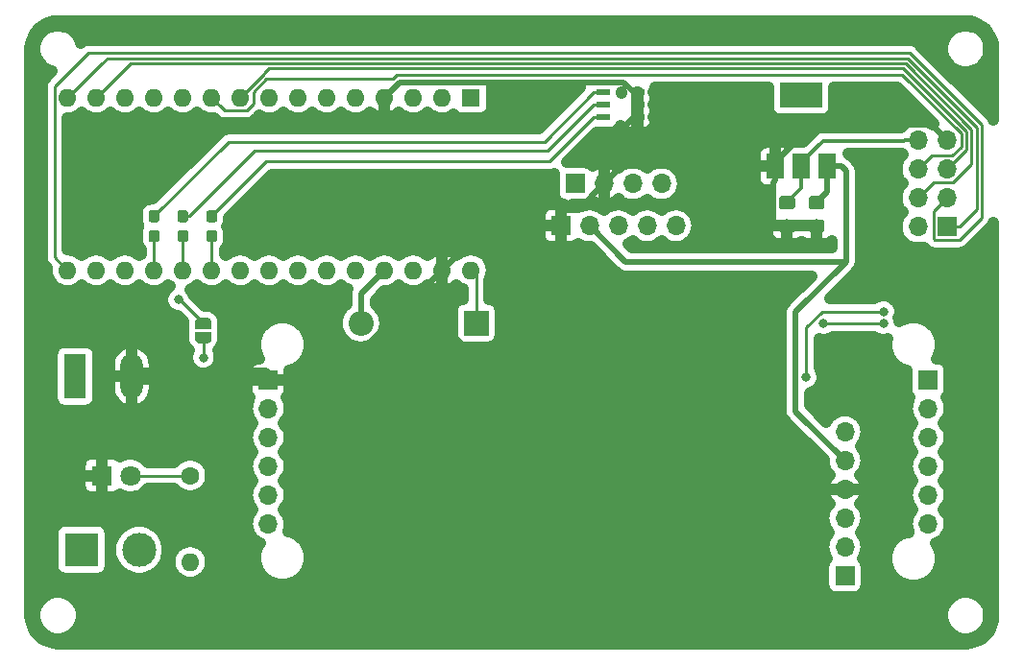
<source format=gbr>
G04 #@! TF.GenerationSoftware,KiCad,Pcbnew,(5.1.4-0-10_14)*
G04 #@! TF.CreationDate,2020-05-04T21:58:41+12:00*
G04 #@! TF.ProjectId,Robotic hand v2,526f626f-7469-4632-9068-616e64207632,rev?*
G04 #@! TF.SameCoordinates,Original*
G04 #@! TF.FileFunction,Copper,L1,Top*
G04 #@! TF.FilePolarity,Positive*
%FSLAX46Y46*%
G04 Gerber Fmt 4.6, Leading zero omitted, Abs format (unit mm)*
G04 Created by KiCad (PCBNEW (5.1.4-0-10_14)) date 2020-05-04 21:58:41*
%MOMM*%
%LPD*%
G04 APERTURE LIST*
%ADD10R,1.600000X1.600000*%
%ADD11O,1.600000X1.600000*%
%ADD12R,1.700000X1.700000*%
%ADD13O,1.700000X1.700000*%
%ADD14C,1.600000*%
%ADD15R,3.000000X3.000000*%
%ADD16C,3.000000*%
%ADD17R,1.980000X3.960000*%
%ADD18O,1.980000X3.960000*%
%ADD19R,1.800000X1.800000*%
%ADD20C,1.800000*%
%ADD21C,0.500000*%
%ADD22C,0.100000*%
%ADD23R,1.500000X2.200000*%
%ADD24R,3.800000X2.200000*%
%ADD25R,2.200000X2.200000*%
%ADD26O,2.200000X2.200000*%
%ADD27R,1.200000X0.600000*%
%ADD28C,0.950000*%
%ADD29C,1.150000*%
%ADD30C,0.800000*%
%ADD31C,0.300000*%
%ADD32C,0.500000*%
%ADD33C,1.500000*%
%ADD34C,0.250000*%
%ADD35C,1.000000*%
G04 APERTURE END LIST*
D10*
X136700000Y-79000000D03*
D11*
X103680000Y-94240000D03*
X134160000Y-79000000D03*
X106220000Y-94240000D03*
X131620000Y-79000000D03*
X108760000Y-94240000D03*
X129080000Y-79000000D03*
X111300000Y-94240000D03*
X126540000Y-79000000D03*
X113840000Y-94240000D03*
X124000000Y-79000000D03*
X116380000Y-94240000D03*
X121460000Y-79000000D03*
X118920000Y-94240000D03*
X118920000Y-79000000D03*
X121460000Y-94240000D03*
X116380000Y-79000000D03*
X124000000Y-94240000D03*
X113840000Y-79000000D03*
X126540000Y-94240000D03*
X111300000Y-79000000D03*
X129080000Y-94240000D03*
X108760000Y-79000000D03*
X131620000Y-94240000D03*
X106220000Y-79000000D03*
X134160000Y-94240000D03*
X103680000Y-79000000D03*
X136700000Y-94240000D03*
X101140000Y-79000000D03*
X101140000Y-94240000D03*
D12*
X118817000Y-103913500D03*
D13*
X118817000Y-106453500D03*
X118817000Y-108993500D03*
X118817000Y-111533500D03*
X118817000Y-114073500D03*
X118817000Y-116613500D03*
X176983000Y-106453500D03*
D12*
X176983000Y-103913500D03*
D13*
X176983000Y-116613500D03*
X176983000Y-114073500D03*
X176983000Y-111533500D03*
X176983000Y-108993500D03*
D12*
X144600000Y-90300000D03*
D13*
X147140000Y-90300000D03*
X149680000Y-90300000D03*
X152220000Y-90300000D03*
X154760000Y-90300000D03*
D14*
X111950000Y-112350000D03*
D11*
X111950000Y-119970000D03*
D15*
X102370000Y-118900000D03*
D16*
X107450000Y-118900000D03*
D17*
X101800000Y-103600000D03*
D18*
X106800000Y-103600000D03*
D13*
X169648500Y-108485500D03*
X169648500Y-111025500D03*
X169648500Y-113565500D03*
X169648500Y-116105500D03*
X169648500Y-118645500D03*
D12*
X169648500Y-121185500D03*
X178640000Y-90400000D03*
D13*
X176100000Y-90400000D03*
X178640000Y-87860000D03*
X176100000Y-87860000D03*
X178640000Y-85320000D03*
X176100000Y-85320000D03*
X178640000Y-82780000D03*
X176100000Y-82780000D03*
D19*
X104150000Y-112350000D03*
D20*
X106690000Y-112350000D03*
D21*
X113100000Y-98900000D03*
D22*
G36*
X112350000Y-99400000D02*
G01*
X112350000Y-98900000D01*
X112350602Y-98900000D01*
X112350602Y-98875466D01*
X112355412Y-98826635D01*
X112364984Y-98778510D01*
X112379228Y-98731555D01*
X112398005Y-98686222D01*
X112421136Y-98642949D01*
X112448396Y-98602150D01*
X112479524Y-98564221D01*
X112514221Y-98529524D01*
X112552150Y-98498396D01*
X112592949Y-98471136D01*
X112636222Y-98448005D01*
X112681555Y-98429228D01*
X112728510Y-98414984D01*
X112776635Y-98405412D01*
X112825466Y-98400602D01*
X112850000Y-98400602D01*
X112850000Y-98400000D01*
X113350000Y-98400000D01*
X113350000Y-98400602D01*
X113374534Y-98400602D01*
X113423365Y-98405412D01*
X113471490Y-98414984D01*
X113518445Y-98429228D01*
X113563778Y-98448005D01*
X113607051Y-98471136D01*
X113647850Y-98498396D01*
X113685779Y-98529524D01*
X113720476Y-98564221D01*
X113751604Y-98602150D01*
X113778864Y-98642949D01*
X113801995Y-98686222D01*
X113820772Y-98731555D01*
X113835016Y-98778510D01*
X113844588Y-98826635D01*
X113849398Y-98875466D01*
X113849398Y-98900000D01*
X113850000Y-98900000D01*
X113850000Y-99400000D01*
X112350000Y-99400000D01*
X112350000Y-99400000D01*
G37*
D21*
X113100000Y-100200000D03*
D22*
G36*
X113849398Y-100200000D02*
G01*
X113849398Y-100224534D01*
X113844588Y-100273365D01*
X113835016Y-100321490D01*
X113820772Y-100368445D01*
X113801995Y-100413778D01*
X113778864Y-100457051D01*
X113751604Y-100497850D01*
X113720476Y-100535779D01*
X113685779Y-100570476D01*
X113647850Y-100601604D01*
X113607051Y-100628864D01*
X113563778Y-100651995D01*
X113518445Y-100670772D01*
X113471490Y-100685016D01*
X113423365Y-100694588D01*
X113374534Y-100699398D01*
X113350000Y-100699398D01*
X113350000Y-100700000D01*
X112850000Y-100700000D01*
X112850000Y-100699398D01*
X112825466Y-100699398D01*
X112776635Y-100694588D01*
X112728510Y-100685016D01*
X112681555Y-100670772D01*
X112636222Y-100651995D01*
X112592949Y-100628864D01*
X112552150Y-100601604D01*
X112514221Y-100570476D01*
X112479524Y-100535779D01*
X112448396Y-100497850D01*
X112421136Y-100457051D01*
X112398005Y-100413778D01*
X112379228Y-100368445D01*
X112364984Y-100321490D01*
X112355412Y-100273365D01*
X112350602Y-100224534D01*
X112350602Y-100200000D01*
X112350000Y-100200000D01*
X112350000Y-99700000D01*
X113850000Y-99700000D01*
X113850000Y-100200000D01*
X113849398Y-100200000D01*
X113849398Y-100200000D01*
G37*
D23*
X168100000Y-85070000D03*
X165800000Y-85070000D03*
X163500000Y-85070000D03*
D24*
X165800000Y-78770000D03*
D12*
X145875000Y-86600000D03*
D13*
X148415000Y-86600000D03*
X150955000Y-86600000D03*
X153495000Y-86600000D03*
D25*
X137150000Y-98900000D03*
D26*
X126990000Y-98900000D03*
D27*
X151364500Y-80750000D03*
X151364500Y-79650000D03*
X151364500Y-78550000D03*
X148364500Y-80750000D03*
X148364500Y-78550000D03*
X148364500Y-79650000D03*
D22*
G36*
X109010779Y-88951144D02*
G01*
X109033834Y-88954563D01*
X109056443Y-88960227D01*
X109078387Y-88968079D01*
X109099457Y-88978044D01*
X109119448Y-88990026D01*
X109138168Y-89003910D01*
X109155438Y-89019562D01*
X109171090Y-89036832D01*
X109184974Y-89055552D01*
X109196956Y-89075543D01*
X109206921Y-89096613D01*
X109214773Y-89118557D01*
X109220437Y-89141166D01*
X109223856Y-89164221D01*
X109225000Y-89187500D01*
X109225000Y-89762500D01*
X109223856Y-89785779D01*
X109220437Y-89808834D01*
X109214773Y-89831443D01*
X109206921Y-89853387D01*
X109196956Y-89874457D01*
X109184974Y-89894448D01*
X109171090Y-89913168D01*
X109155438Y-89930438D01*
X109138168Y-89946090D01*
X109119448Y-89959974D01*
X109099457Y-89971956D01*
X109078387Y-89981921D01*
X109056443Y-89989773D01*
X109033834Y-89995437D01*
X109010779Y-89998856D01*
X108987500Y-90000000D01*
X108512500Y-90000000D01*
X108489221Y-89998856D01*
X108466166Y-89995437D01*
X108443557Y-89989773D01*
X108421613Y-89981921D01*
X108400543Y-89971956D01*
X108380552Y-89959974D01*
X108361832Y-89946090D01*
X108344562Y-89930438D01*
X108328910Y-89913168D01*
X108315026Y-89894448D01*
X108303044Y-89874457D01*
X108293079Y-89853387D01*
X108285227Y-89831443D01*
X108279563Y-89808834D01*
X108276144Y-89785779D01*
X108275000Y-89762500D01*
X108275000Y-89187500D01*
X108276144Y-89164221D01*
X108279563Y-89141166D01*
X108285227Y-89118557D01*
X108293079Y-89096613D01*
X108303044Y-89075543D01*
X108315026Y-89055552D01*
X108328910Y-89036832D01*
X108344562Y-89019562D01*
X108361832Y-89003910D01*
X108380552Y-88990026D01*
X108400543Y-88978044D01*
X108421613Y-88968079D01*
X108443557Y-88960227D01*
X108466166Y-88954563D01*
X108489221Y-88951144D01*
X108512500Y-88950000D01*
X108987500Y-88950000D01*
X109010779Y-88951144D01*
X109010779Y-88951144D01*
G37*
D28*
X108750000Y-89475000D03*
D22*
G36*
X109010779Y-90701144D02*
G01*
X109033834Y-90704563D01*
X109056443Y-90710227D01*
X109078387Y-90718079D01*
X109099457Y-90728044D01*
X109119448Y-90740026D01*
X109138168Y-90753910D01*
X109155438Y-90769562D01*
X109171090Y-90786832D01*
X109184974Y-90805552D01*
X109196956Y-90825543D01*
X109206921Y-90846613D01*
X109214773Y-90868557D01*
X109220437Y-90891166D01*
X109223856Y-90914221D01*
X109225000Y-90937500D01*
X109225000Y-91512500D01*
X109223856Y-91535779D01*
X109220437Y-91558834D01*
X109214773Y-91581443D01*
X109206921Y-91603387D01*
X109196956Y-91624457D01*
X109184974Y-91644448D01*
X109171090Y-91663168D01*
X109155438Y-91680438D01*
X109138168Y-91696090D01*
X109119448Y-91709974D01*
X109099457Y-91721956D01*
X109078387Y-91731921D01*
X109056443Y-91739773D01*
X109033834Y-91745437D01*
X109010779Y-91748856D01*
X108987500Y-91750000D01*
X108512500Y-91750000D01*
X108489221Y-91748856D01*
X108466166Y-91745437D01*
X108443557Y-91739773D01*
X108421613Y-91731921D01*
X108400543Y-91721956D01*
X108380552Y-91709974D01*
X108361832Y-91696090D01*
X108344562Y-91680438D01*
X108328910Y-91663168D01*
X108315026Y-91644448D01*
X108303044Y-91624457D01*
X108293079Y-91603387D01*
X108285227Y-91581443D01*
X108279563Y-91558834D01*
X108276144Y-91535779D01*
X108275000Y-91512500D01*
X108275000Y-90937500D01*
X108276144Y-90914221D01*
X108279563Y-90891166D01*
X108285227Y-90868557D01*
X108293079Y-90846613D01*
X108303044Y-90825543D01*
X108315026Y-90805552D01*
X108328910Y-90786832D01*
X108344562Y-90769562D01*
X108361832Y-90753910D01*
X108380552Y-90740026D01*
X108400543Y-90728044D01*
X108421613Y-90718079D01*
X108443557Y-90710227D01*
X108466166Y-90704563D01*
X108489221Y-90701144D01*
X108512500Y-90700000D01*
X108987500Y-90700000D01*
X109010779Y-90701144D01*
X109010779Y-90701144D01*
G37*
D28*
X108750000Y-91225000D03*
D22*
G36*
X111560779Y-90701144D02*
G01*
X111583834Y-90704563D01*
X111606443Y-90710227D01*
X111628387Y-90718079D01*
X111649457Y-90728044D01*
X111669448Y-90740026D01*
X111688168Y-90753910D01*
X111705438Y-90769562D01*
X111721090Y-90786832D01*
X111734974Y-90805552D01*
X111746956Y-90825543D01*
X111756921Y-90846613D01*
X111764773Y-90868557D01*
X111770437Y-90891166D01*
X111773856Y-90914221D01*
X111775000Y-90937500D01*
X111775000Y-91512500D01*
X111773856Y-91535779D01*
X111770437Y-91558834D01*
X111764773Y-91581443D01*
X111756921Y-91603387D01*
X111746956Y-91624457D01*
X111734974Y-91644448D01*
X111721090Y-91663168D01*
X111705438Y-91680438D01*
X111688168Y-91696090D01*
X111669448Y-91709974D01*
X111649457Y-91721956D01*
X111628387Y-91731921D01*
X111606443Y-91739773D01*
X111583834Y-91745437D01*
X111560779Y-91748856D01*
X111537500Y-91750000D01*
X111062500Y-91750000D01*
X111039221Y-91748856D01*
X111016166Y-91745437D01*
X110993557Y-91739773D01*
X110971613Y-91731921D01*
X110950543Y-91721956D01*
X110930552Y-91709974D01*
X110911832Y-91696090D01*
X110894562Y-91680438D01*
X110878910Y-91663168D01*
X110865026Y-91644448D01*
X110853044Y-91624457D01*
X110843079Y-91603387D01*
X110835227Y-91581443D01*
X110829563Y-91558834D01*
X110826144Y-91535779D01*
X110825000Y-91512500D01*
X110825000Y-90937500D01*
X110826144Y-90914221D01*
X110829563Y-90891166D01*
X110835227Y-90868557D01*
X110843079Y-90846613D01*
X110853044Y-90825543D01*
X110865026Y-90805552D01*
X110878910Y-90786832D01*
X110894562Y-90769562D01*
X110911832Y-90753910D01*
X110930552Y-90740026D01*
X110950543Y-90728044D01*
X110971613Y-90718079D01*
X110993557Y-90710227D01*
X111016166Y-90704563D01*
X111039221Y-90701144D01*
X111062500Y-90700000D01*
X111537500Y-90700000D01*
X111560779Y-90701144D01*
X111560779Y-90701144D01*
G37*
D28*
X111300000Y-91225000D03*
D22*
G36*
X111560779Y-88951144D02*
G01*
X111583834Y-88954563D01*
X111606443Y-88960227D01*
X111628387Y-88968079D01*
X111649457Y-88978044D01*
X111669448Y-88990026D01*
X111688168Y-89003910D01*
X111705438Y-89019562D01*
X111721090Y-89036832D01*
X111734974Y-89055552D01*
X111746956Y-89075543D01*
X111756921Y-89096613D01*
X111764773Y-89118557D01*
X111770437Y-89141166D01*
X111773856Y-89164221D01*
X111775000Y-89187500D01*
X111775000Y-89762500D01*
X111773856Y-89785779D01*
X111770437Y-89808834D01*
X111764773Y-89831443D01*
X111756921Y-89853387D01*
X111746956Y-89874457D01*
X111734974Y-89894448D01*
X111721090Y-89913168D01*
X111705438Y-89930438D01*
X111688168Y-89946090D01*
X111669448Y-89959974D01*
X111649457Y-89971956D01*
X111628387Y-89981921D01*
X111606443Y-89989773D01*
X111583834Y-89995437D01*
X111560779Y-89998856D01*
X111537500Y-90000000D01*
X111062500Y-90000000D01*
X111039221Y-89998856D01*
X111016166Y-89995437D01*
X110993557Y-89989773D01*
X110971613Y-89981921D01*
X110950543Y-89971956D01*
X110930552Y-89959974D01*
X110911832Y-89946090D01*
X110894562Y-89930438D01*
X110878910Y-89913168D01*
X110865026Y-89894448D01*
X110853044Y-89874457D01*
X110843079Y-89853387D01*
X110835227Y-89831443D01*
X110829563Y-89808834D01*
X110826144Y-89785779D01*
X110825000Y-89762500D01*
X110825000Y-89187500D01*
X110826144Y-89164221D01*
X110829563Y-89141166D01*
X110835227Y-89118557D01*
X110843079Y-89096613D01*
X110853044Y-89075543D01*
X110865026Y-89055552D01*
X110878910Y-89036832D01*
X110894562Y-89019562D01*
X110911832Y-89003910D01*
X110930552Y-88990026D01*
X110950543Y-88978044D01*
X110971613Y-88968079D01*
X110993557Y-88960227D01*
X111016166Y-88954563D01*
X111039221Y-88951144D01*
X111062500Y-88950000D01*
X111537500Y-88950000D01*
X111560779Y-88951144D01*
X111560779Y-88951144D01*
G37*
D28*
X111300000Y-89475000D03*
D22*
G36*
X114110779Y-88951144D02*
G01*
X114133834Y-88954563D01*
X114156443Y-88960227D01*
X114178387Y-88968079D01*
X114199457Y-88978044D01*
X114219448Y-88990026D01*
X114238168Y-89003910D01*
X114255438Y-89019562D01*
X114271090Y-89036832D01*
X114284974Y-89055552D01*
X114296956Y-89075543D01*
X114306921Y-89096613D01*
X114314773Y-89118557D01*
X114320437Y-89141166D01*
X114323856Y-89164221D01*
X114325000Y-89187500D01*
X114325000Y-89762500D01*
X114323856Y-89785779D01*
X114320437Y-89808834D01*
X114314773Y-89831443D01*
X114306921Y-89853387D01*
X114296956Y-89874457D01*
X114284974Y-89894448D01*
X114271090Y-89913168D01*
X114255438Y-89930438D01*
X114238168Y-89946090D01*
X114219448Y-89959974D01*
X114199457Y-89971956D01*
X114178387Y-89981921D01*
X114156443Y-89989773D01*
X114133834Y-89995437D01*
X114110779Y-89998856D01*
X114087500Y-90000000D01*
X113612500Y-90000000D01*
X113589221Y-89998856D01*
X113566166Y-89995437D01*
X113543557Y-89989773D01*
X113521613Y-89981921D01*
X113500543Y-89971956D01*
X113480552Y-89959974D01*
X113461832Y-89946090D01*
X113444562Y-89930438D01*
X113428910Y-89913168D01*
X113415026Y-89894448D01*
X113403044Y-89874457D01*
X113393079Y-89853387D01*
X113385227Y-89831443D01*
X113379563Y-89808834D01*
X113376144Y-89785779D01*
X113375000Y-89762500D01*
X113375000Y-89187500D01*
X113376144Y-89164221D01*
X113379563Y-89141166D01*
X113385227Y-89118557D01*
X113393079Y-89096613D01*
X113403044Y-89075543D01*
X113415026Y-89055552D01*
X113428910Y-89036832D01*
X113444562Y-89019562D01*
X113461832Y-89003910D01*
X113480552Y-88990026D01*
X113500543Y-88978044D01*
X113521613Y-88968079D01*
X113543557Y-88960227D01*
X113566166Y-88954563D01*
X113589221Y-88951144D01*
X113612500Y-88950000D01*
X114087500Y-88950000D01*
X114110779Y-88951144D01*
X114110779Y-88951144D01*
G37*
D28*
X113850000Y-89475000D03*
D22*
G36*
X114110779Y-90701144D02*
G01*
X114133834Y-90704563D01*
X114156443Y-90710227D01*
X114178387Y-90718079D01*
X114199457Y-90728044D01*
X114219448Y-90740026D01*
X114238168Y-90753910D01*
X114255438Y-90769562D01*
X114271090Y-90786832D01*
X114284974Y-90805552D01*
X114296956Y-90825543D01*
X114306921Y-90846613D01*
X114314773Y-90868557D01*
X114320437Y-90891166D01*
X114323856Y-90914221D01*
X114325000Y-90937500D01*
X114325000Y-91512500D01*
X114323856Y-91535779D01*
X114320437Y-91558834D01*
X114314773Y-91581443D01*
X114306921Y-91603387D01*
X114296956Y-91624457D01*
X114284974Y-91644448D01*
X114271090Y-91663168D01*
X114255438Y-91680438D01*
X114238168Y-91696090D01*
X114219448Y-91709974D01*
X114199457Y-91721956D01*
X114178387Y-91731921D01*
X114156443Y-91739773D01*
X114133834Y-91745437D01*
X114110779Y-91748856D01*
X114087500Y-91750000D01*
X113612500Y-91750000D01*
X113589221Y-91748856D01*
X113566166Y-91745437D01*
X113543557Y-91739773D01*
X113521613Y-91731921D01*
X113500543Y-91721956D01*
X113480552Y-91709974D01*
X113461832Y-91696090D01*
X113444562Y-91680438D01*
X113428910Y-91663168D01*
X113415026Y-91644448D01*
X113403044Y-91624457D01*
X113393079Y-91603387D01*
X113385227Y-91581443D01*
X113379563Y-91558834D01*
X113376144Y-91535779D01*
X113375000Y-91512500D01*
X113375000Y-90937500D01*
X113376144Y-90914221D01*
X113379563Y-90891166D01*
X113385227Y-90868557D01*
X113393079Y-90846613D01*
X113403044Y-90825543D01*
X113415026Y-90805552D01*
X113428910Y-90786832D01*
X113444562Y-90769562D01*
X113461832Y-90753910D01*
X113480552Y-90740026D01*
X113500543Y-90728044D01*
X113521613Y-90718079D01*
X113543557Y-90710227D01*
X113566166Y-90704563D01*
X113589221Y-90701144D01*
X113612500Y-90700000D01*
X114087500Y-90700000D01*
X114110779Y-90701144D01*
X114110779Y-90701144D01*
G37*
D28*
X113850000Y-91225000D03*
D22*
G36*
X167624505Y-87701204D02*
G01*
X167648773Y-87704804D01*
X167672572Y-87710765D01*
X167695671Y-87719030D01*
X167717850Y-87729520D01*
X167738893Y-87742132D01*
X167758599Y-87756747D01*
X167776777Y-87773223D01*
X167793253Y-87791401D01*
X167807868Y-87811107D01*
X167820480Y-87832150D01*
X167830970Y-87854329D01*
X167839235Y-87877428D01*
X167845196Y-87901227D01*
X167848796Y-87925495D01*
X167850000Y-87949999D01*
X167850000Y-88600001D01*
X167848796Y-88624505D01*
X167845196Y-88648773D01*
X167839235Y-88672572D01*
X167830970Y-88695671D01*
X167820480Y-88717850D01*
X167807868Y-88738893D01*
X167793253Y-88758599D01*
X167776777Y-88776777D01*
X167758599Y-88793253D01*
X167738893Y-88807868D01*
X167717850Y-88820480D01*
X167695671Y-88830970D01*
X167672572Y-88839235D01*
X167648773Y-88845196D01*
X167624505Y-88848796D01*
X167600001Y-88850000D01*
X166699999Y-88850000D01*
X166675495Y-88848796D01*
X166651227Y-88845196D01*
X166627428Y-88839235D01*
X166604329Y-88830970D01*
X166582150Y-88820480D01*
X166561107Y-88807868D01*
X166541401Y-88793253D01*
X166523223Y-88776777D01*
X166506747Y-88758599D01*
X166492132Y-88738893D01*
X166479520Y-88717850D01*
X166469030Y-88695671D01*
X166460765Y-88672572D01*
X166454804Y-88648773D01*
X166451204Y-88624505D01*
X166450000Y-88600001D01*
X166450000Y-87949999D01*
X166451204Y-87925495D01*
X166454804Y-87901227D01*
X166460765Y-87877428D01*
X166469030Y-87854329D01*
X166479520Y-87832150D01*
X166492132Y-87811107D01*
X166506747Y-87791401D01*
X166523223Y-87773223D01*
X166541401Y-87756747D01*
X166561107Y-87742132D01*
X166582150Y-87729520D01*
X166604329Y-87719030D01*
X166627428Y-87710765D01*
X166651227Y-87704804D01*
X166675495Y-87701204D01*
X166699999Y-87700000D01*
X167600001Y-87700000D01*
X167624505Y-87701204D01*
X167624505Y-87701204D01*
G37*
D29*
X167150000Y-88275000D03*
D22*
G36*
X167624505Y-89751204D02*
G01*
X167648773Y-89754804D01*
X167672572Y-89760765D01*
X167695671Y-89769030D01*
X167717850Y-89779520D01*
X167738893Y-89792132D01*
X167758599Y-89806747D01*
X167776777Y-89823223D01*
X167793253Y-89841401D01*
X167807868Y-89861107D01*
X167820480Y-89882150D01*
X167830970Y-89904329D01*
X167839235Y-89927428D01*
X167845196Y-89951227D01*
X167848796Y-89975495D01*
X167850000Y-89999999D01*
X167850000Y-90650001D01*
X167848796Y-90674505D01*
X167845196Y-90698773D01*
X167839235Y-90722572D01*
X167830970Y-90745671D01*
X167820480Y-90767850D01*
X167807868Y-90788893D01*
X167793253Y-90808599D01*
X167776777Y-90826777D01*
X167758599Y-90843253D01*
X167738893Y-90857868D01*
X167717850Y-90870480D01*
X167695671Y-90880970D01*
X167672572Y-90889235D01*
X167648773Y-90895196D01*
X167624505Y-90898796D01*
X167600001Y-90900000D01*
X166699999Y-90900000D01*
X166675495Y-90898796D01*
X166651227Y-90895196D01*
X166627428Y-90889235D01*
X166604329Y-90880970D01*
X166582150Y-90870480D01*
X166561107Y-90857868D01*
X166541401Y-90843253D01*
X166523223Y-90826777D01*
X166506747Y-90808599D01*
X166492132Y-90788893D01*
X166479520Y-90767850D01*
X166469030Y-90745671D01*
X166460765Y-90722572D01*
X166454804Y-90698773D01*
X166451204Y-90674505D01*
X166450000Y-90650001D01*
X166450000Y-89999999D01*
X166451204Y-89975495D01*
X166454804Y-89951227D01*
X166460765Y-89927428D01*
X166469030Y-89904329D01*
X166479520Y-89882150D01*
X166492132Y-89861107D01*
X166506747Y-89841401D01*
X166523223Y-89823223D01*
X166541401Y-89806747D01*
X166561107Y-89792132D01*
X166582150Y-89779520D01*
X166604329Y-89769030D01*
X166627428Y-89760765D01*
X166651227Y-89754804D01*
X166675495Y-89751204D01*
X166699999Y-89750000D01*
X167600001Y-89750000D01*
X167624505Y-89751204D01*
X167624505Y-89751204D01*
G37*
D29*
X167150000Y-90325000D03*
D22*
G36*
X165024505Y-87701204D02*
G01*
X165048773Y-87704804D01*
X165072572Y-87710765D01*
X165095671Y-87719030D01*
X165117850Y-87729520D01*
X165138893Y-87742132D01*
X165158599Y-87756747D01*
X165176777Y-87773223D01*
X165193253Y-87791401D01*
X165207868Y-87811107D01*
X165220480Y-87832150D01*
X165230970Y-87854329D01*
X165239235Y-87877428D01*
X165245196Y-87901227D01*
X165248796Y-87925495D01*
X165250000Y-87949999D01*
X165250000Y-88600001D01*
X165248796Y-88624505D01*
X165245196Y-88648773D01*
X165239235Y-88672572D01*
X165230970Y-88695671D01*
X165220480Y-88717850D01*
X165207868Y-88738893D01*
X165193253Y-88758599D01*
X165176777Y-88776777D01*
X165158599Y-88793253D01*
X165138893Y-88807868D01*
X165117850Y-88820480D01*
X165095671Y-88830970D01*
X165072572Y-88839235D01*
X165048773Y-88845196D01*
X165024505Y-88848796D01*
X165000001Y-88850000D01*
X164099999Y-88850000D01*
X164075495Y-88848796D01*
X164051227Y-88845196D01*
X164027428Y-88839235D01*
X164004329Y-88830970D01*
X163982150Y-88820480D01*
X163961107Y-88807868D01*
X163941401Y-88793253D01*
X163923223Y-88776777D01*
X163906747Y-88758599D01*
X163892132Y-88738893D01*
X163879520Y-88717850D01*
X163869030Y-88695671D01*
X163860765Y-88672572D01*
X163854804Y-88648773D01*
X163851204Y-88624505D01*
X163850000Y-88600001D01*
X163850000Y-87949999D01*
X163851204Y-87925495D01*
X163854804Y-87901227D01*
X163860765Y-87877428D01*
X163869030Y-87854329D01*
X163879520Y-87832150D01*
X163892132Y-87811107D01*
X163906747Y-87791401D01*
X163923223Y-87773223D01*
X163941401Y-87756747D01*
X163961107Y-87742132D01*
X163982150Y-87729520D01*
X164004329Y-87719030D01*
X164027428Y-87710765D01*
X164051227Y-87704804D01*
X164075495Y-87701204D01*
X164099999Y-87700000D01*
X165000001Y-87700000D01*
X165024505Y-87701204D01*
X165024505Y-87701204D01*
G37*
D29*
X164550000Y-88275000D03*
D22*
G36*
X165024505Y-89751204D02*
G01*
X165048773Y-89754804D01*
X165072572Y-89760765D01*
X165095671Y-89769030D01*
X165117850Y-89779520D01*
X165138893Y-89792132D01*
X165158599Y-89806747D01*
X165176777Y-89823223D01*
X165193253Y-89841401D01*
X165207868Y-89861107D01*
X165220480Y-89882150D01*
X165230970Y-89904329D01*
X165239235Y-89927428D01*
X165245196Y-89951227D01*
X165248796Y-89975495D01*
X165250000Y-89999999D01*
X165250000Y-90650001D01*
X165248796Y-90674505D01*
X165245196Y-90698773D01*
X165239235Y-90722572D01*
X165230970Y-90745671D01*
X165220480Y-90767850D01*
X165207868Y-90788893D01*
X165193253Y-90808599D01*
X165176777Y-90826777D01*
X165158599Y-90843253D01*
X165138893Y-90857868D01*
X165117850Y-90870480D01*
X165095671Y-90880970D01*
X165072572Y-90889235D01*
X165048773Y-90895196D01*
X165024505Y-90898796D01*
X165000001Y-90900000D01*
X164099999Y-90900000D01*
X164075495Y-90898796D01*
X164051227Y-90895196D01*
X164027428Y-90889235D01*
X164004329Y-90880970D01*
X163982150Y-90870480D01*
X163961107Y-90857868D01*
X163941401Y-90843253D01*
X163923223Y-90826777D01*
X163906747Y-90808599D01*
X163892132Y-90788893D01*
X163879520Y-90767850D01*
X163869030Y-90745671D01*
X163860765Y-90722572D01*
X163854804Y-90698773D01*
X163851204Y-90674505D01*
X163850000Y-90650001D01*
X163850000Y-89999999D01*
X163851204Y-89975495D01*
X163854804Y-89951227D01*
X163860765Y-89927428D01*
X163869030Y-89904329D01*
X163879520Y-89882150D01*
X163892132Y-89861107D01*
X163906747Y-89841401D01*
X163923223Y-89823223D01*
X163941401Y-89806747D01*
X163961107Y-89792132D01*
X163982150Y-89779520D01*
X164004329Y-89769030D01*
X164027428Y-89760765D01*
X164051227Y-89754804D01*
X164075495Y-89751204D01*
X164099999Y-89750000D01*
X165000001Y-89750000D01*
X165024505Y-89751204D01*
X165024505Y-89751204D01*
G37*
D29*
X164550000Y-90325000D03*
D30*
X110900000Y-96850000D03*
X113100000Y-101950000D03*
X167750000Y-98950000D03*
X173064489Y-98935511D03*
X166250000Y-103700000D03*
X173067305Y-97867305D03*
D31*
X174897919Y-82780000D02*
X174877919Y-82800000D01*
X176100000Y-82780000D02*
X174897919Y-82780000D01*
X165800000Y-84720000D02*
X165800000Y-85070000D01*
X167720000Y-82800000D02*
X165800000Y-84720000D01*
X174877919Y-82800000D02*
X167720000Y-82800000D01*
X165800000Y-87025000D02*
X164550000Y-88275000D01*
X165800000Y-85070000D02*
X165800000Y-87025000D01*
D32*
X118503500Y-103600000D02*
X118817000Y-103913500D01*
D33*
X106800000Y-103600000D02*
X118503500Y-103600000D01*
D32*
X105310000Y-103600000D02*
X104150000Y-104760000D01*
X104150000Y-110950000D02*
X104150000Y-112350000D01*
X104150000Y-104760000D02*
X104150000Y-110950000D01*
X106800000Y-103600000D02*
X105310000Y-103600000D01*
X124486500Y-103913500D02*
X134160000Y-94240000D01*
X118817000Y-103913500D02*
X124486500Y-103913500D01*
X134160000Y-99100002D02*
X141000000Y-105500000D01*
X134160000Y-94240000D02*
X134160000Y-99100002D01*
X138100000Y-90300000D02*
X144600000Y-90300000D01*
X134160000Y-94240000D02*
X138100000Y-90300000D01*
X144650001Y-88899999D02*
X146115001Y-88899999D01*
X147565001Y-87449999D02*
X148415000Y-86600000D01*
X146115001Y-88899999D02*
X147565001Y-87449999D01*
X144600000Y-88950000D02*
X144650001Y-88899999D01*
X144600000Y-90300000D02*
X144600000Y-88950000D01*
X149945000Y-85070000D02*
X163500000Y-85070000D01*
X148415000Y-86600000D02*
X149945000Y-85070000D01*
X177790001Y-81930001D02*
X178640000Y-82780000D01*
X177239999Y-81379999D02*
X177790001Y-81930001D01*
X166840001Y-81379999D02*
X177239999Y-81379999D01*
X163500000Y-84720000D02*
X166840001Y-81379999D01*
X163500000Y-85070000D02*
X163500000Y-84720000D01*
X141000000Y-105500000D02*
X141000000Y-105550000D01*
X149015500Y-113565500D02*
X169648500Y-113565500D01*
X141000000Y-105550000D02*
X149015500Y-113565500D01*
X151064500Y-80750000D02*
X151364500Y-80750000D01*
X148415000Y-83399500D02*
X151064500Y-80750000D01*
X148415000Y-86600000D02*
X148415000Y-83399500D01*
X151364500Y-78550000D02*
X151364500Y-80750000D01*
X151064500Y-78550000D02*
X150164499Y-77649999D01*
X130430001Y-77649999D02*
X129879999Y-78200001D01*
X129879999Y-78200001D02*
X129080000Y-79000000D01*
X150164499Y-77649999D02*
X130430001Y-77649999D01*
X151364500Y-78550000D02*
X151064500Y-78550000D01*
X167150000Y-90325000D02*
X164550000Y-90325000D01*
X163299990Y-86500010D02*
X163500000Y-86300000D01*
X163750000Y-90325000D02*
X163299990Y-89874990D01*
X164550000Y-90325000D02*
X163750000Y-90325000D01*
X163500000Y-86300000D02*
X163500000Y-85070000D01*
X163299990Y-89874990D02*
X163299990Y-86500010D01*
D34*
X113100000Y-98900000D02*
X111050000Y-96850000D01*
X111050000Y-96850000D02*
X110900000Y-96850000D01*
X110900000Y-96850000D02*
X110900000Y-96850000D01*
D32*
X129080000Y-94240000D02*
X126990000Y-96330000D01*
X126990000Y-96330000D02*
X126990000Y-98900000D01*
X168100000Y-87325000D02*
X167150000Y-88275000D01*
X168100000Y-85070000D02*
X168100000Y-87325000D01*
X165300000Y-97950000D02*
X165300000Y-106677000D01*
X165300000Y-106677000D02*
X169648500Y-111025500D01*
X169750000Y-85470000D02*
X169750000Y-93500000D01*
X169750000Y-93500000D02*
X165300000Y-97950000D01*
X168100000Y-85070000D02*
X169350000Y-85070000D01*
X169350000Y-85070000D02*
X169750000Y-85470000D01*
X150340000Y-93500000D02*
X169750000Y-93500000D01*
X147140000Y-90300000D02*
X150340000Y-93500000D01*
D34*
X177464999Y-86495001D02*
X176100000Y-87860000D01*
X180815022Y-81801430D02*
X180815022Y-84848567D01*
X180815022Y-84848567D02*
X179168588Y-86495001D01*
X106235023Y-76444977D02*
X106235023Y-76439977D01*
X174988559Y-75974967D02*
X180815022Y-81801430D01*
X106235023Y-76439977D02*
X106700033Y-75974967D01*
X106700033Y-75974967D02*
X174988559Y-75974967D01*
X179168588Y-86495001D02*
X177464999Y-86495001D01*
X103680000Y-79000000D02*
X106235023Y-76444977D01*
X179740000Y-90400000D02*
X178640000Y-90400000D01*
X181265035Y-88874965D02*
X179740000Y-90400000D01*
X181265035Y-81615032D02*
X181265035Y-88874965D01*
X104625044Y-75524956D02*
X175174959Y-75524956D01*
X104155034Y-75994966D02*
X104625044Y-75524956D01*
X175174959Y-75524956D02*
X181265035Y-81615032D01*
X104145034Y-75994966D02*
X104155034Y-75994966D01*
X101140000Y-79000000D02*
X104145034Y-75994966D01*
X181715046Y-81415046D02*
X175374945Y-75074945D01*
X181715046Y-89609956D02*
X181715046Y-81415046D01*
X177464999Y-91510001D02*
X177529999Y-91575001D01*
X177529999Y-91575001D02*
X179750001Y-91575001D01*
X178640000Y-87860000D02*
X177464999Y-89035001D01*
X177464999Y-89035001D02*
X177464999Y-91510001D01*
X179750001Y-91575001D02*
X181715046Y-89609956D01*
X102975055Y-75074945D02*
X129700055Y-75074945D01*
X100014999Y-93114999D02*
X100014999Y-78035001D01*
X100014999Y-78035001D02*
X102975055Y-75074945D01*
X101140000Y-94240000D02*
X100014999Y-93114999D01*
X129700055Y-75074945D02*
X129504802Y-75074945D01*
X175374945Y-75074945D02*
X129700055Y-75074945D01*
X107962792Y-112350000D02*
X111950000Y-112350000D01*
X106690000Y-112350000D02*
X107962792Y-112350000D01*
X129780392Y-77344999D02*
X118671411Y-77344999D01*
X114639999Y-79799999D02*
X113840000Y-79000000D01*
X177275001Y-84144999D02*
X179095768Y-84144999D01*
X118671411Y-77344999D02*
X117505001Y-78511409D01*
X114965001Y-80125001D02*
X114639999Y-79799999D01*
X116920001Y-80125001D02*
X114965001Y-80125001D01*
X176100000Y-85320000D02*
X177275001Y-84144999D01*
X179095768Y-84144999D02*
X179915000Y-83325767D01*
X174715758Y-76974988D02*
X130150403Y-76974988D01*
X117505001Y-78511409D02*
X117505001Y-79540001D01*
X117505001Y-79540001D02*
X116920001Y-80125001D01*
X179915000Y-83325767D02*
X179915000Y-82174230D01*
X179915000Y-82174230D02*
X174715758Y-76974988D01*
X130150403Y-76974988D02*
X129780392Y-77344999D01*
X180365011Y-83594989D02*
X178640000Y-85320000D01*
X180365011Y-81987830D02*
X180365011Y-83594989D01*
X174802159Y-76424978D02*
X180365011Y-81987830D01*
X118925022Y-76424978D02*
X174802159Y-76424978D01*
X118485012Y-76864988D02*
X118925022Y-76424978D01*
X118485012Y-76894988D02*
X118485012Y-76864988D01*
X116380000Y-79000000D02*
X118485012Y-76894988D01*
X113100000Y-100200000D02*
X113100000Y-101950000D01*
X137150000Y-94690000D02*
X136700000Y-94240000D01*
X137150000Y-98900000D02*
X137150000Y-94690000D01*
X167764489Y-98935511D02*
X167750000Y-98950000D01*
X173064489Y-98935511D02*
X167764489Y-98935511D01*
X173067305Y-97867305D02*
X167632695Y-97867305D01*
X166250000Y-99250000D02*
X166250000Y-103700000D01*
X167632695Y-97867305D02*
X166250000Y-99250000D01*
X108750000Y-93789991D02*
X108760000Y-93789991D01*
X108750000Y-91225000D02*
X108750000Y-93789991D01*
X111300000Y-91225000D02*
X111300000Y-93789991D01*
X113850000Y-94230000D02*
X113840000Y-94240000D01*
X113850000Y-91225000D02*
X113850000Y-94230000D01*
X113850000Y-89475000D02*
X118675000Y-84650000D01*
X147514500Y-80750000D02*
X148364500Y-80750000D01*
X143614500Y-84650000D02*
X147514500Y-80750000D01*
X118675000Y-84650000D02*
X143614500Y-84650000D01*
X108750000Y-89475000D02*
X115325009Y-82899991D01*
X115325009Y-82899991D02*
X143164509Y-82899991D01*
X143164509Y-82899991D02*
X147514500Y-78550000D01*
X147514500Y-78550000D02*
X148364500Y-78550000D01*
X111300000Y-89475000D02*
X111875000Y-89475000D01*
X111875000Y-89475000D02*
X117650000Y-83700000D01*
X117650000Y-83700000D02*
X143464500Y-83700000D01*
X143464500Y-83700000D02*
X147514500Y-79650000D01*
X147514500Y-79650000D02*
X148364500Y-79650000D01*
D35*
G36*
X180778214Y-72284843D02*
G01*
X181238212Y-72423725D01*
X181662477Y-72649311D01*
X182034842Y-72953003D01*
X182341129Y-73323240D01*
X182569669Y-73745917D01*
X182711759Y-74204938D01*
X182767001Y-74730522D01*
X182767001Y-80979812D01*
X182766866Y-80979367D01*
X182661659Y-80782539D01*
X182555554Y-80653250D01*
X182555553Y-80653249D01*
X182520074Y-80610018D01*
X182476843Y-80574539D01*
X176401075Y-74498771D01*
X178256886Y-74498771D01*
X178256886Y-74901229D01*
X178335401Y-75295954D01*
X178489416Y-75667778D01*
X178713010Y-76002409D01*
X178997591Y-76286990D01*
X179332222Y-76510584D01*
X179704046Y-76664599D01*
X180098771Y-76743114D01*
X180501229Y-76743114D01*
X180895954Y-76664599D01*
X181267778Y-76510584D01*
X181602409Y-76286990D01*
X181886990Y-76002409D01*
X182110584Y-75667778D01*
X182264599Y-75295954D01*
X182343114Y-74901229D01*
X182343114Y-74498771D01*
X182264599Y-74104046D01*
X182110584Y-73732222D01*
X181886990Y-73397591D01*
X181602409Y-73113010D01*
X181267778Y-72889416D01*
X180895954Y-72735401D01*
X180501229Y-72656886D01*
X180098771Y-72656886D01*
X179704046Y-72735401D01*
X179332222Y-72889416D01*
X178997591Y-73113010D01*
X178713010Y-73397591D01*
X178489416Y-73732222D01*
X178335401Y-74104046D01*
X178256886Y-74498771D01*
X176401075Y-74498771D01*
X176215456Y-74313153D01*
X176179973Y-74269917D01*
X176007452Y-74128332D01*
X175810623Y-74023125D01*
X175597052Y-73958339D01*
X175430604Y-73941945D01*
X175430596Y-73941945D01*
X175374945Y-73936464D01*
X175319294Y-73941945D01*
X103030705Y-73941945D01*
X102975054Y-73936464D01*
X102919403Y-73941945D01*
X102919396Y-73941945D01*
X102752948Y-73958339D01*
X102539377Y-74023125D01*
X102342548Y-74128332D01*
X102279691Y-74179918D01*
X102264599Y-74104046D01*
X102110584Y-73732222D01*
X101886990Y-73397591D01*
X101602409Y-73113010D01*
X101267778Y-72889416D01*
X100895954Y-72735401D01*
X100501229Y-72656886D01*
X100098771Y-72656886D01*
X99704046Y-72735401D01*
X99332222Y-72889416D01*
X98997591Y-73113010D01*
X98713010Y-73397591D01*
X98489416Y-73732222D01*
X98335401Y-74104046D01*
X98256886Y-74498771D01*
X98256886Y-74901229D01*
X98335401Y-75295954D01*
X98489416Y-75667778D01*
X98713010Y-76002409D01*
X98997591Y-76286990D01*
X99332222Y-76510584D01*
X99704046Y-76664599D01*
X99769982Y-76677714D01*
X99253202Y-77194494D01*
X99209972Y-77229973D01*
X99174493Y-77273204D01*
X99174491Y-77273206D01*
X99068386Y-77402495D01*
X98963180Y-77599323D01*
X98898393Y-77812895D01*
X98876518Y-78035001D01*
X98882000Y-78090662D01*
X98881999Y-93059348D01*
X98876518Y-93114999D01*
X98881999Y-93170650D01*
X98881999Y-93170657D01*
X98898393Y-93337105D01*
X98963179Y-93550676D01*
X99068386Y-93747506D01*
X99209971Y-93920027D01*
X99253207Y-93955510D01*
X99342479Y-94044782D01*
X99323252Y-94240000D01*
X99358160Y-94594430D01*
X99461544Y-94935239D01*
X99629429Y-95249331D01*
X99855365Y-95524635D01*
X100130669Y-95750571D01*
X100444761Y-95918456D01*
X100785570Y-96021840D01*
X101051179Y-96048000D01*
X101228821Y-96048000D01*
X101494430Y-96021840D01*
X101835239Y-95918456D01*
X102149331Y-95750571D01*
X102410000Y-95536646D01*
X102670669Y-95750571D01*
X102984761Y-95918456D01*
X103325570Y-96021840D01*
X103591179Y-96048000D01*
X103768821Y-96048000D01*
X104034430Y-96021840D01*
X104375239Y-95918456D01*
X104689331Y-95750571D01*
X104950000Y-95536646D01*
X105210669Y-95750571D01*
X105524761Y-95918456D01*
X105865570Y-96021840D01*
X106131179Y-96048000D01*
X106308821Y-96048000D01*
X106574430Y-96021840D01*
X106915239Y-95918456D01*
X107229331Y-95750571D01*
X107490000Y-95536646D01*
X107750669Y-95750571D01*
X108064761Y-95918456D01*
X108405570Y-96021840D01*
X108671179Y-96048000D01*
X108848821Y-96048000D01*
X109114430Y-96021840D01*
X109455239Y-95918456D01*
X109769331Y-95750571D01*
X110030000Y-95536646D01*
X110165192Y-95647595D01*
X110002452Y-95756335D01*
X109806335Y-95952452D01*
X109652246Y-96183062D01*
X109546108Y-96439301D01*
X109492000Y-96711324D01*
X109492000Y-96988676D01*
X109546108Y-97260699D01*
X109652246Y-97516938D01*
X109806335Y-97747548D01*
X110002452Y-97943665D01*
X110233062Y-98097754D01*
X110489301Y-98203892D01*
X110761324Y-98258000D01*
X110855697Y-98258000D01*
X111349318Y-98751621D01*
X111339531Y-98850991D01*
X111339531Y-98875551D01*
X111337123Y-98900000D01*
X111337123Y-99400000D01*
X111351897Y-99550000D01*
X111337123Y-99700000D01*
X111337123Y-100200000D01*
X111339531Y-100224449D01*
X111339531Y-100249009D01*
X111358993Y-100446611D01*
X111378115Y-100542744D01*
X111435752Y-100732749D01*
X111473261Y-100823305D01*
X111566863Y-100998423D01*
X111621319Y-101079922D01*
X111747283Y-101233409D01*
X111816591Y-101302717D01*
X111837124Y-101319568D01*
X111746108Y-101539301D01*
X111692000Y-101811324D01*
X111692000Y-102088676D01*
X111746108Y-102360699D01*
X111852246Y-102616938D01*
X112006335Y-102847548D01*
X112202452Y-103043665D01*
X112433062Y-103197754D01*
X112689301Y-103303892D01*
X112961324Y-103358000D01*
X113238676Y-103358000D01*
X113510699Y-103303892D01*
X113766938Y-103197754D01*
X113967862Y-103063500D01*
X116954123Y-103063500D01*
X116959000Y-103656500D01*
X117211000Y-103908500D01*
X118812000Y-103908500D01*
X118812000Y-103888500D01*
X118822000Y-103888500D01*
X118822000Y-103908500D01*
X120423000Y-103908500D01*
X120675000Y-103656500D01*
X120679673Y-103088306D01*
X120774803Y-103069383D01*
X121203932Y-102891632D01*
X121590137Y-102633578D01*
X121918578Y-102305137D01*
X122176632Y-101918932D01*
X122354383Y-101489803D01*
X122445000Y-101034243D01*
X122445000Y-100569757D01*
X122354383Y-100114197D01*
X122176632Y-99685068D01*
X121918578Y-99298863D01*
X121590137Y-98970422D01*
X121203932Y-98712368D01*
X120774803Y-98534617D01*
X120319243Y-98444000D01*
X119854757Y-98444000D01*
X119399197Y-98534617D01*
X118970068Y-98712368D01*
X118583863Y-98970422D01*
X118255422Y-99298863D01*
X117997368Y-99685068D01*
X117819617Y-100114197D01*
X117729000Y-100569757D01*
X117729000Y-101034243D01*
X117819617Y-101489803D01*
X117997368Y-101918932D01*
X118086015Y-102051602D01*
X117967000Y-102050623D01*
X117769397Y-102070085D01*
X117579389Y-102127724D01*
X117404276Y-102221324D01*
X117250788Y-102347288D01*
X117124824Y-102500776D01*
X117031224Y-102675889D01*
X116973585Y-102865897D01*
X116954123Y-103063500D01*
X113967862Y-103063500D01*
X113997548Y-103043665D01*
X114193665Y-102847548D01*
X114347754Y-102616938D01*
X114453892Y-102360699D01*
X114508000Y-102088676D01*
X114508000Y-101811324D01*
X114453892Y-101539301D01*
X114362876Y-101319568D01*
X114383409Y-101302717D01*
X114452717Y-101233409D01*
X114578681Y-101079922D01*
X114633137Y-100998423D01*
X114726739Y-100823305D01*
X114764248Y-100732749D01*
X114821885Y-100542744D01*
X114841007Y-100446611D01*
X114860469Y-100249009D01*
X114860469Y-100224449D01*
X114862877Y-100200000D01*
X114862877Y-99700000D01*
X114848103Y-99550000D01*
X114862877Y-99400000D01*
X114862877Y-98900000D01*
X114860469Y-98875551D01*
X114860469Y-98850991D01*
X114841007Y-98653389D01*
X114821885Y-98557256D01*
X114764248Y-98367251D01*
X114726739Y-98276695D01*
X114633137Y-98101577D01*
X114578681Y-98020078D01*
X114452717Y-97866591D01*
X114383409Y-97797283D01*
X114229922Y-97671319D01*
X114148423Y-97616863D01*
X113973305Y-97523261D01*
X113882749Y-97485752D01*
X113692744Y-97428115D01*
X113596611Y-97408993D01*
X113399009Y-97389531D01*
X113374449Y-97389531D01*
X113350000Y-97387123D01*
X113189426Y-97387123D01*
X112256943Y-96454640D01*
X112253892Y-96439301D01*
X112147754Y-96183062D01*
X111993665Y-95952452D01*
X111967948Y-95926735D01*
X111995239Y-95918456D01*
X112309331Y-95750571D01*
X112570000Y-95536646D01*
X112830669Y-95750571D01*
X113144761Y-95918456D01*
X113485570Y-96021840D01*
X113751179Y-96048000D01*
X113928821Y-96048000D01*
X114194430Y-96021840D01*
X114535239Y-95918456D01*
X114849331Y-95750571D01*
X115110000Y-95536646D01*
X115370669Y-95750571D01*
X115684761Y-95918456D01*
X116025570Y-96021840D01*
X116291179Y-96048000D01*
X116468821Y-96048000D01*
X116734430Y-96021840D01*
X117075239Y-95918456D01*
X117389331Y-95750571D01*
X117650000Y-95536646D01*
X117910669Y-95750571D01*
X118224761Y-95918456D01*
X118565570Y-96021840D01*
X118831179Y-96048000D01*
X119008821Y-96048000D01*
X119274430Y-96021840D01*
X119615239Y-95918456D01*
X119929331Y-95750571D01*
X120190000Y-95536646D01*
X120450669Y-95750571D01*
X120764761Y-95918456D01*
X121105570Y-96021840D01*
X121371179Y-96048000D01*
X121548821Y-96048000D01*
X121814430Y-96021840D01*
X122155239Y-95918456D01*
X122469331Y-95750571D01*
X122730000Y-95536646D01*
X122990669Y-95750571D01*
X123304761Y-95918456D01*
X123645570Y-96021840D01*
X123911179Y-96048000D01*
X124088821Y-96048000D01*
X124354430Y-96021840D01*
X124695239Y-95918456D01*
X125009331Y-95750571D01*
X125270000Y-95536646D01*
X125530669Y-95750571D01*
X125806448Y-95897977D01*
X125750203Y-96083390D01*
X125725914Y-96330000D01*
X125732000Y-96391793D01*
X125732000Y-97205414D01*
X125492207Y-97402207D01*
X125228782Y-97723192D01*
X125033039Y-98089400D01*
X124912502Y-98486760D01*
X124871801Y-98900000D01*
X124912502Y-99313240D01*
X125033039Y-99710600D01*
X125228782Y-100076808D01*
X125492207Y-100397793D01*
X125813192Y-100661218D01*
X126179400Y-100856961D01*
X126576760Y-100977498D01*
X126886449Y-101008000D01*
X127093551Y-101008000D01*
X127403240Y-100977498D01*
X127800600Y-100856961D01*
X128166808Y-100661218D01*
X128487793Y-100397793D01*
X128751218Y-100076808D01*
X128946961Y-99710600D01*
X129067498Y-99313240D01*
X129108199Y-98900000D01*
X129067498Y-98486760D01*
X128946961Y-98089400D01*
X128751218Y-97723192D01*
X128487793Y-97402207D01*
X128248000Y-97205414D01*
X128248000Y-96851079D01*
X129051080Y-96048000D01*
X129168821Y-96048000D01*
X129434430Y-96021840D01*
X129775239Y-95918456D01*
X130089331Y-95750571D01*
X130350000Y-95536646D01*
X130610669Y-95750571D01*
X130924761Y-95918456D01*
X131265570Y-96021840D01*
X131531179Y-96048000D01*
X131708821Y-96048000D01*
X131974430Y-96021840D01*
X132315239Y-95918456D01*
X132629331Y-95750571D01*
X132900422Y-95528092D01*
X133101334Y-95705635D01*
X133407607Y-95884009D01*
X133742794Y-95999204D01*
X133872229Y-96024951D01*
X134155000Y-95795992D01*
X134155000Y-94245000D01*
X134135000Y-94245000D01*
X134135000Y-94235000D01*
X134155000Y-94235000D01*
X134155000Y-92684008D01*
X134165000Y-92684008D01*
X134165000Y-94235000D01*
X134185000Y-94235000D01*
X134185000Y-94245000D01*
X134165000Y-94245000D01*
X134165000Y-95795992D01*
X134447771Y-96024951D01*
X134577206Y-95999204D01*
X134912393Y-95884009D01*
X135218666Y-95705635D01*
X135419578Y-95528092D01*
X135690669Y-95750571D01*
X136004761Y-95918456D01*
X136017001Y-95922169D01*
X136017001Y-96790373D01*
X135852397Y-96806585D01*
X135662389Y-96864224D01*
X135487276Y-96957824D01*
X135333788Y-97083788D01*
X135207824Y-97237276D01*
X135114224Y-97412389D01*
X135056585Y-97602397D01*
X135037123Y-97800000D01*
X135037123Y-100000000D01*
X135056585Y-100197603D01*
X135114224Y-100387611D01*
X135207824Y-100562724D01*
X135333788Y-100716212D01*
X135487276Y-100842176D01*
X135662389Y-100935776D01*
X135852397Y-100993415D01*
X136050000Y-101012877D01*
X138250000Y-101012877D01*
X138447603Y-100993415D01*
X138637611Y-100935776D01*
X138812724Y-100842176D01*
X138966212Y-100716212D01*
X139092176Y-100562724D01*
X139185776Y-100387611D01*
X139243415Y-100197603D01*
X139262877Y-100000000D01*
X139262877Y-97800000D01*
X139243415Y-97602397D01*
X139185776Y-97412389D01*
X139092176Y-97237276D01*
X138966212Y-97083788D01*
X138812724Y-96957824D01*
X138637611Y-96864224D01*
X138447603Y-96806585D01*
X138283000Y-96790373D01*
X138283000Y-95113825D01*
X138378456Y-94935239D01*
X138481840Y-94594430D01*
X138516748Y-94240000D01*
X138481840Y-93885570D01*
X138378456Y-93544761D01*
X138210571Y-93230669D01*
X137984635Y-92955365D01*
X137709331Y-92729429D01*
X137395239Y-92561544D01*
X137054430Y-92458160D01*
X136788821Y-92432000D01*
X136611179Y-92432000D01*
X136345570Y-92458160D01*
X136004761Y-92561544D01*
X135690669Y-92729429D01*
X135419578Y-92951908D01*
X135218666Y-92774365D01*
X134912393Y-92595991D01*
X134577206Y-92480796D01*
X134447771Y-92455049D01*
X134165000Y-92684008D01*
X134155000Y-92684008D01*
X133872229Y-92455049D01*
X133742794Y-92480796D01*
X133407607Y-92595991D01*
X133101334Y-92774365D01*
X132900422Y-92951908D01*
X132629331Y-92729429D01*
X132315239Y-92561544D01*
X131974430Y-92458160D01*
X131708821Y-92432000D01*
X131531179Y-92432000D01*
X131265570Y-92458160D01*
X130924761Y-92561544D01*
X130610669Y-92729429D01*
X130350000Y-92943354D01*
X130089331Y-92729429D01*
X129775239Y-92561544D01*
X129434430Y-92458160D01*
X129168821Y-92432000D01*
X128991179Y-92432000D01*
X128725570Y-92458160D01*
X128384761Y-92561544D01*
X128070669Y-92729429D01*
X127810000Y-92943354D01*
X127549331Y-92729429D01*
X127235239Y-92561544D01*
X126894430Y-92458160D01*
X126628821Y-92432000D01*
X126451179Y-92432000D01*
X126185570Y-92458160D01*
X125844761Y-92561544D01*
X125530669Y-92729429D01*
X125270000Y-92943354D01*
X125009331Y-92729429D01*
X124695239Y-92561544D01*
X124354430Y-92458160D01*
X124088821Y-92432000D01*
X123911179Y-92432000D01*
X123645570Y-92458160D01*
X123304761Y-92561544D01*
X122990669Y-92729429D01*
X122730000Y-92943354D01*
X122469331Y-92729429D01*
X122155239Y-92561544D01*
X121814430Y-92458160D01*
X121548821Y-92432000D01*
X121371179Y-92432000D01*
X121105570Y-92458160D01*
X120764761Y-92561544D01*
X120450669Y-92729429D01*
X120190000Y-92943354D01*
X119929331Y-92729429D01*
X119615239Y-92561544D01*
X119274430Y-92458160D01*
X119008821Y-92432000D01*
X118831179Y-92432000D01*
X118565570Y-92458160D01*
X118224761Y-92561544D01*
X117910669Y-92729429D01*
X117650000Y-92943354D01*
X117389331Y-92729429D01*
X117075239Y-92561544D01*
X116734430Y-92458160D01*
X116468821Y-92432000D01*
X116291179Y-92432000D01*
X116025570Y-92458160D01*
X115684761Y-92561544D01*
X115370669Y-92729429D01*
X115110000Y-92943354D01*
X114983000Y-92839128D01*
X114983000Y-92382820D01*
X115127150Y-92207172D01*
X115242698Y-91990999D01*
X115313851Y-91756436D01*
X115337877Y-91512500D01*
X115337877Y-91150000D01*
X142737123Y-91150000D01*
X142756585Y-91347603D01*
X142814224Y-91537611D01*
X142907824Y-91712724D01*
X143033788Y-91866212D01*
X143187276Y-91992176D01*
X143362389Y-92085776D01*
X143552397Y-92143415D01*
X143750000Y-92162877D01*
X144343000Y-92158000D01*
X144595000Y-91906000D01*
X144595000Y-90305000D01*
X142994000Y-90305000D01*
X142742000Y-90557000D01*
X142737123Y-91150000D01*
X115337877Y-91150000D01*
X115337877Y-90937500D01*
X115313851Y-90693564D01*
X115242698Y-90459001D01*
X115184435Y-90350000D01*
X115242698Y-90240999D01*
X115313851Y-90006436D01*
X115337877Y-89762500D01*
X115337877Y-89589426D01*
X115477303Y-89450000D01*
X142737123Y-89450000D01*
X142742000Y-90043000D01*
X142994000Y-90295000D01*
X144595000Y-90295000D01*
X144595000Y-88694000D01*
X144343000Y-88442000D01*
X143750000Y-88437123D01*
X143552397Y-88456585D01*
X143362389Y-88514224D01*
X143187276Y-88607824D01*
X143033788Y-88733788D01*
X142907824Y-88887276D01*
X142814224Y-89062389D01*
X142756585Y-89252397D01*
X142737123Y-89450000D01*
X115477303Y-89450000D01*
X119144304Y-85783000D01*
X143558849Y-85783000D01*
X143614500Y-85788481D01*
X143670151Y-85783000D01*
X143670159Y-85783000D01*
X143836607Y-85766606D01*
X144015842Y-85712236D01*
X144012123Y-85750000D01*
X144012123Y-87450000D01*
X144031585Y-87647603D01*
X144089224Y-87837611D01*
X144182824Y-88012724D01*
X144308788Y-88166212D01*
X144462276Y-88292176D01*
X144637389Y-88385776D01*
X144827397Y-88443415D01*
X144853058Y-88445942D01*
X144605000Y-88694000D01*
X144605000Y-90295000D01*
X144625000Y-90295000D01*
X144625000Y-90305000D01*
X144605000Y-90305000D01*
X144605000Y-91906000D01*
X144857000Y-92158000D01*
X145450000Y-92162877D01*
X145647603Y-92143415D01*
X145837611Y-92085776D01*
X146012724Y-91992176D01*
X146151416Y-91878355D01*
X146425534Y-92024874D01*
X146775768Y-92131116D01*
X147048724Y-92158000D01*
X147218920Y-92158000D01*
X149406765Y-94345846D01*
X149446156Y-94393844D01*
X149637711Y-94551049D01*
X149856255Y-94667863D01*
X150093389Y-94739797D01*
X150278208Y-94758000D01*
X150278209Y-94758000D01*
X150339999Y-94764086D01*
X150401789Y-94758000D01*
X166712920Y-94758000D01*
X164454164Y-97016757D01*
X164406156Y-97056156D01*
X164257516Y-97237276D01*
X164248951Y-97247712D01*
X164132137Y-97466256D01*
X164060203Y-97703390D01*
X164035914Y-97950000D01*
X164042000Y-98011792D01*
X164042001Y-106615198D01*
X164035914Y-106677000D01*
X164060203Y-106923610D01*
X164132137Y-107160744D01*
X164189801Y-107268626D01*
X164248952Y-107379289D01*
X164406157Y-107570844D01*
X164454160Y-107610239D01*
X167789392Y-110945473D01*
X167781510Y-111025500D01*
X167817384Y-111389732D01*
X167923626Y-111739966D01*
X168096155Y-112062744D01*
X168294898Y-112304914D01*
X168142413Y-112477444D01*
X167959083Y-112792174D01*
X167840676Y-113136622D01*
X167814164Y-113269907D01*
X168042508Y-113560500D01*
X169643500Y-113560500D01*
X169643500Y-113540500D01*
X169653500Y-113540500D01*
X169653500Y-113560500D01*
X171254492Y-113560500D01*
X171482836Y-113269907D01*
X171456324Y-113136622D01*
X171337917Y-112792174D01*
X171154587Y-112477444D01*
X171002102Y-112304914D01*
X171200845Y-112062744D01*
X171373374Y-111739966D01*
X171479616Y-111389732D01*
X171515490Y-111025500D01*
X171479616Y-110661268D01*
X171373374Y-110311034D01*
X171200845Y-109988256D01*
X171009827Y-109755500D01*
X171200845Y-109522744D01*
X171373374Y-109199966D01*
X171479616Y-108849732D01*
X171515490Y-108485500D01*
X171479616Y-108121268D01*
X171373374Y-107771034D01*
X171200845Y-107448256D01*
X170968661Y-107165339D01*
X170685744Y-106933155D01*
X170362966Y-106760626D01*
X170012732Y-106654384D01*
X169739776Y-106627500D01*
X169557224Y-106627500D01*
X169284268Y-106654384D01*
X168934034Y-106760626D01*
X168611256Y-106933155D01*
X168328339Y-107165339D01*
X168096155Y-107448256D01*
X168010529Y-107608450D01*
X166558000Y-106155921D01*
X166558000Y-105074320D01*
X166660699Y-105053892D01*
X166916938Y-104947754D01*
X167147548Y-104793665D01*
X167343665Y-104597548D01*
X167497754Y-104366938D01*
X167603892Y-104110699D01*
X167658000Y-103838676D01*
X167658000Y-103561324D01*
X167603892Y-103289301D01*
X167497754Y-103033062D01*
X167383000Y-102861321D01*
X167383000Y-100312584D01*
X167611324Y-100358000D01*
X167888676Y-100358000D01*
X168160699Y-100303892D01*
X168416938Y-100197754D01*
X168610363Y-100068511D01*
X172225810Y-100068511D01*
X172397551Y-100183265D01*
X172653790Y-100289403D01*
X172925813Y-100343511D01*
X173203165Y-100343511D01*
X173408112Y-100302745D01*
X173355000Y-100569757D01*
X173355000Y-101034243D01*
X173445617Y-101489803D01*
X173623368Y-101918932D01*
X173881422Y-102305137D01*
X174209863Y-102633578D01*
X174596068Y-102891632D01*
X175025197Y-103069383D01*
X175120123Y-103088265D01*
X175120123Y-104763500D01*
X175139585Y-104961103D01*
X175197224Y-105151111D01*
X175290824Y-105326224D01*
X175404645Y-105464916D01*
X175258126Y-105739034D01*
X175151884Y-106089268D01*
X175116010Y-106453500D01*
X175151884Y-106817732D01*
X175258126Y-107167966D01*
X175430655Y-107490744D01*
X175621673Y-107723500D01*
X175430655Y-107956256D01*
X175258126Y-108279034D01*
X175151884Y-108629268D01*
X175116010Y-108993500D01*
X175151884Y-109357732D01*
X175258126Y-109707966D01*
X175430655Y-110030744D01*
X175621673Y-110263500D01*
X175430655Y-110496256D01*
X175258126Y-110819034D01*
X175151884Y-111169268D01*
X175116010Y-111533500D01*
X175151884Y-111897732D01*
X175258126Y-112247966D01*
X175430655Y-112570744D01*
X175621673Y-112803500D01*
X175430655Y-113036256D01*
X175258126Y-113359034D01*
X175151884Y-113709268D01*
X175116010Y-114073500D01*
X175151884Y-114437732D01*
X175258126Y-114787966D01*
X175430655Y-115110744D01*
X175621673Y-115343500D01*
X175430655Y-115576256D01*
X175258126Y-115899034D01*
X175151884Y-116249268D01*
X175116010Y-116613500D01*
X175151884Y-116977732D01*
X175258126Y-117327966D01*
X175267701Y-117345880D01*
X175025197Y-117394117D01*
X174596068Y-117571868D01*
X174209863Y-117829922D01*
X173881422Y-118158363D01*
X173623368Y-118544568D01*
X173445617Y-118973697D01*
X173355000Y-119429257D01*
X173355000Y-119893743D01*
X173445617Y-120349303D01*
X173623368Y-120778432D01*
X173881422Y-121164637D01*
X174209863Y-121493078D01*
X174596068Y-121751132D01*
X175025197Y-121928883D01*
X175480757Y-122019500D01*
X175945243Y-122019500D01*
X176400803Y-121928883D01*
X176829932Y-121751132D01*
X177216137Y-121493078D01*
X177544578Y-121164637D01*
X177802632Y-120778432D01*
X177980383Y-120349303D01*
X178071000Y-119893743D01*
X178071000Y-119429257D01*
X177980383Y-118973697D01*
X177802632Y-118544568D01*
X177670353Y-118346599D01*
X177697466Y-118338374D01*
X178020244Y-118165845D01*
X178303161Y-117933661D01*
X178535345Y-117650744D01*
X178707874Y-117327966D01*
X178814116Y-116977732D01*
X178849990Y-116613500D01*
X178814116Y-116249268D01*
X178707874Y-115899034D01*
X178535345Y-115576256D01*
X178344327Y-115343500D01*
X178535345Y-115110744D01*
X178707874Y-114787966D01*
X178814116Y-114437732D01*
X178849990Y-114073500D01*
X178814116Y-113709268D01*
X178707874Y-113359034D01*
X178535345Y-113036256D01*
X178344327Y-112803500D01*
X178535345Y-112570744D01*
X178707874Y-112247966D01*
X178814116Y-111897732D01*
X178849990Y-111533500D01*
X178814116Y-111169268D01*
X178707874Y-110819034D01*
X178535345Y-110496256D01*
X178344327Y-110263500D01*
X178535345Y-110030744D01*
X178707874Y-109707966D01*
X178814116Y-109357732D01*
X178849990Y-108993500D01*
X178814116Y-108629268D01*
X178707874Y-108279034D01*
X178535345Y-107956256D01*
X178344327Y-107723500D01*
X178535345Y-107490744D01*
X178707874Y-107167966D01*
X178814116Y-106817732D01*
X178849990Y-106453500D01*
X178814116Y-106089268D01*
X178707874Y-105739034D01*
X178561355Y-105464916D01*
X178675176Y-105326224D01*
X178768776Y-105151111D01*
X178826415Y-104961103D01*
X178845877Y-104763500D01*
X178845877Y-103063500D01*
X178826415Y-102865897D01*
X178768776Y-102675889D01*
X178675176Y-102500776D01*
X178549212Y-102347288D01*
X178395724Y-102221324D01*
X178220611Y-102127724D01*
X178030603Y-102070085D01*
X177833000Y-102050623D01*
X177714639Y-102050623D01*
X177802632Y-101918932D01*
X177980383Y-101489803D01*
X178071000Y-101034243D01*
X178071000Y-100569757D01*
X177980383Y-100114197D01*
X177802632Y-99685068D01*
X177544578Y-99298863D01*
X177216137Y-98970422D01*
X176829932Y-98712368D01*
X176400803Y-98534617D01*
X175945243Y-98444000D01*
X175480757Y-98444000D01*
X175025197Y-98534617D01*
X174596068Y-98712368D01*
X174472156Y-98795163D01*
X174418381Y-98524812D01*
X174368673Y-98404807D01*
X174421197Y-98278004D01*
X174475305Y-98005981D01*
X174475305Y-97728629D01*
X174421197Y-97456606D01*
X174315059Y-97200367D01*
X174160970Y-96969757D01*
X173964853Y-96773640D01*
X173734243Y-96619551D01*
X173478004Y-96513413D01*
X173205981Y-96459305D01*
X172928629Y-96459305D01*
X172656606Y-96513413D01*
X172400367Y-96619551D01*
X172228626Y-96734305D01*
X168294775Y-96734305D01*
X170595848Y-94433233D01*
X170643844Y-94393844D01*
X170801049Y-94202289D01*
X170917863Y-93983745D01*
X170989797Y-93746611D01*
X171014086Y-93500000D01*
X171008000Y-93438208D01*
X171008000Y-85531789D01*
X171014086Y-85469999D01*
X171008000Y-85408208D01*
X170989797Y-85223389D01*
X170917863Y-84986255D01*
X170801049Y-84767711D01*
X170643844Y-84576156D01*
X170595841Y-84536761D01*
X170283243Y-84224164D01*
X170243844Y-84176156D01*
X170052289Y-84018951D01*
X169938258Y-83958000D01*
X174663170Y-83958000D01*
X174738673Y-84050000D01*
X174547655Y-84282756D01*
X174375126Y-84605534D01*
X174268884Y-84955768D01*
X174233010Y-85320000D01*
X174268884Y-85684232D01*
X174375126Y-86034466D01*
X174547655Y-86357244D01*
X174738673Y-86590000D01*
X174547655Y-86822756D01*
X174375126Y-87145534D01*
X174268884Y-87495768D01*
X174233010Y-87860000D01*
X174268884Y-88224232D01*
X174375126Y-88574466D01*
X174547655Y-88897244D01*
X174738673Y-89130000D01*
X174547655Y-89362756D01*
X174375126Y-89685534D01*
X174268884Y-90035768D01*
X174233010Y-90400000D01*
X174268884Y-90764232D01*
X174375126Y-91114466D01*
X174547655Y-91437244D01*
X174779839Y-91720161D01*
X175062756Y-91952345D01*
X175385534Y-92124874D01*
X175735768Y-92231116D01*
X176008724Y-92258000D01*
X176191276Y-92258000D01*
X176464232Y-92231116D01*
X176565816Y-92200301D01*
X176617172Y-92262877D01*
X176659972Y-92315029D01*
X176695670Y-92344326D01*
X176724971Y-92380029D01*
X176897492Y-92521614D01*
X177094321Y-92626821D01*
X177307892Y-92691607D01*
X177474340Y-92708001D01*
X177474348Y-92708001D01*
X177529999Y-92713482D01*
X177585650Y-92708001D01*
X179694350Y-92708001D01*
X179750001Y-92713482D01*
X179805652Y-92708001D01*
X179805660Y-92708001D01*
X179972108Y-92691607D01*
X180185679Y-92626821D01*
X180382508Y-92521614D01*
X180555029Y-92380029D01*
X180590512Y-92336793D01*
X182476843Y-90450463D01*
X182520074Y-90414984D01*
X182661659Y-90242463D01*
X182766866Y-90045634D01*
X182767001Y-90045190D01*
X182767000Y-124649477D01*
X182715157Y-125178214D01*
X182576275Y-125638212D01*
X182350690Y-126062475D01*
X182046995Y-126434844D01*
X181676758Y-126741130D01*
X181254083Y-126969669D01*
X180795062Y-127111759D01*
X180269488Y-127167000D01*
X100350523Y-127167000D01*
X99821786Y-127115157D01*
X99361788Y-126976275D01*
X98937525Y-126750690D01*
X98565156Y-126446995D01*
X98258870Y-126076758D01*
X98030331Y-125654083D01*
X97888241Y-125195062D01*
X97833000Y-124669488D01*
X97833000Y-124498771D01*
X98256886Y-124498771D01*
X98256886Y-124901229D01*
X98335401Y-125295954D01*
X98489416Y-125667778D01*
X98713010Y-126002409D01*
X98997591Y-126286990D01*
X99332222Y-126510584D01*
X99704046Y-126664599D01*
X100098771Y-126743114D01*
X100501229Y-126743114D01*
X100895954Y-126664599D01*
X101267778Y-126510584D01*
X101602409Y-126286990D01*
X101886990Y-126002409D01*
X102110584Y-125667778D01*
X102264599Y-125295954D01*
X102343114Y-124901229D01*
X102343114Y-124498771D01*
X178256886Y-124498771D01*
X178256886Y-124901229D01*
X178335401Y-125295954D01*
X178489416Y-125667778D01*
X178713010Y-126002409D01*
X178997591Y-126286990D01*
X179332222Y-126510584D01*
X179704046Y-126664599D01*
X180098771Y-126743114D01*
X180501229Y-126743114D01*
X180895954Y-126664599D01*
X181267778Y-126510584D01*
X181602409Y-126286990D01*
X181886990Y-126002409D01*
X182110584Y-125667778D01*
X182264599Y-125295954D01*
X182343114Y-124901229D01*
X182343114Y-124498771D01*
X182264599Y-124104046D01*
X182110584Y-123732222D01*
X181886990Y-123397591D01*
X181602409Y-123113010D01*
X181267778Y-122889416D01*
X180895954Y-122735401D01*
X180501229Y-122656886D01*
X180098771Y-122656886D01*
X179704046Y-122735401D01*
X179332222Y-122889416D01*
X178997591Y-123113010D01*
X178713010Y-123397591D01*
X178489416Y-123732222D01*
X178335401Y-124104046D01*
X178256886Y-124498771D01*
X102343114Y-124498771D01*
X102264599Y-124104046D01*
X102110584Y-123732222D01*
X101886990Y-123397591D01*
X101602409Y-123113010D01*
X101267778Y-122889416D01*
X100895954Y-122735401D01*
X100501229Y-122656886D01*
X100098771Y-122656886D01*
X99704046Y-122735401D01*
X99332222Y-122889416D01*
X98997591Y-123113010D01*
X98713010Y-123397591D01*
X98489416Y-123732222D01*
X98335401Y-124104046D01*
X98256886Y-124498771D01*
X97833000Y-124498771D01*
X97833000Y-117400000D01*
X99857123Y-117400000D01*
X99857123Y-120400000D01*
X99876585Y-120597603D01*
X99934224Y-120787611D01*
X100027824Y-120962724D01*
X100153788Y-121116212D01*
X100307276Y-121242176D01*
X100482389Y-121335776D01*
X100672397Y-121393415D01*
X100870000Y-121412877D01*
X103870000Y-121412877D01*
X104067603Y-121393415D01*
X104257611Y-121335776D01*
X104432724Y-121242176D01*
X104586212Y-121116212D01*
X104712176Y-120962724D01*
X104805776Y-120787611D01*
X104863415Y-120597603D01*
X104882877Y-120400000D01*
X104882877Y-118652984D01*
X104942000Y-118652984D01*
X104942000Y-119147016D01*
X105038381Y-119631557D01*
X105227439Y-120087983D01*
X105501909Y-120498757D01*
X105851243Y-120848091D01*
X106262017Y-121122561D01*
X106718443Y-121311619D01*
X107202984Y-121408000D01*
X107697016Y-121408000D01*
X108181557Y-121311619D01*
X108637983Y-121122561D01*
X109048757Y-120848091D01*
X109398091Y-120498757D01*
X109672561Y-120087983D01*
X109721431Y-119970000D01*
X110133252Y-119970000D01*
X110168160Y-120324430D01*
X110271544Y-120665239D01*
X110439429Y-120979331D01*
X110665365Y-121254635D01*
X110940669Y-121480571D01*
X111254761Y-121648456D01*
X111595570Y-121751840D01*
X111861179Y-121778000D01*
X112038821Y-121778000D01*
X112304430Y-121751840D01*
X112645239Y-121648456D01*
X112959331Y-121480571D01*
X113234635Y-121254635D01*
X113460571Y-120979331D01*
X113628456Y-120665239D01*
X113731840Y-120324430D01*
X113766748Y-119970000D01*
X113731840Y-119615570D01*
X113628456Y-119274761D01*
X113460571Y-118960669D01*
X113234635Y-118685365D01*
X112959331Y-118459429D01*
X112645239Y-118291544D01*
X112304430Y-118188160D01*
X112038821Y-118162000D01*
X111861179Y-118162000D01*
X111595570Y-118188160D01*
X111254761Y-118291544D01*
X110940669Y-118459429D01*
X110665365Y-118685365D01*
X110439429Y-118960669D01*
X110271544Y-119274761D01*
X110168160Y-119615570D01*
X110133252Y-119970000D01*
X109721431Y-119970000D01*
X109861619Y-119631557D01*
X109958000Y-119147016D01*
X109958000Y-118652984D01*
X109861619Y-118168443D01*
X109672561Y-117712017D01*
X109398091Y-117301243D01*
X109048757Y-116951909D01*
X108637983Y-116677439D01*
X108181557Y-116488381D01*
X107697016Y-116392000D01*
X107202984Y-116392000D01*
X106718443Y-116488381D01*
X106262017Y-116677439D01*
X105851243Y-116951909D01*
X105501909Y-117301243D01*
X105227439Y-117712017D01*
X105038381Y-118168443D01*
X104942000Y-118652984D01*
X104882877Y-118652984D01*
X104882877Y-117400000D01*
X104863415Y-117202397D01*
X104805776Y-117012389D01*
X104712176Y-116837276D01*
X104586212Y-116683788D01*
X104432724Y-116557824D01*
X104257611Y-116464224D01*
X104067603Y-116406585D01*
X103870000Y-116387123D01*
X100870000Y-116387123D01*
X100672397Y-116406585D01*
X100482389Y-116464224D01*
X100307276Y-116557824D01*
X100153788Y-116683788D01*
X100027824Y-116837276D01*
X99934224Y-117012389D01*
X99876585Y-117202397D01*
X99857123Y-117400000D01*
X97833000Y-117400000D01*
X97833000Y-113250000D01*
X102237123Y-113250000D01*
X102256585Y-113447603D01*
X102314224Y-113637611D01*
X102407824Y-113812724D01*
X102533788Y-113966212D01*
X102687276Y-114092176D01*
X102862389Y-114185776D01*
X103052397Y-114243415D01*
X103250000Y-114262877D01*
X103893000Y-114258000D01*
X104145000Y-114006000D01*
X104145000Y-112355000D01*
X102494000Y-112355000D01*
X102242000Y-112607000D01*
X102237123Y-113250000D01*
X97833000Y-113250000D01*
X97833000Y-111450000D01*
X102237123Y-111450000D01*
X102242000Y-112093000D01*
X102494000Y-112345000D01*
X104145000Y-112345000D01*
X104145000Y-110694000D01*
X104155000Y-110694000D01*
X104155000Y-112345000D01*
X104175000Y-112345000D01*
X104175000Y-112355000D01*
X104155000Y-112355000D01*
X104155000Y-114006000D01*
X104407000Y-114258000D01*
X105050000Y-114262877D01*
X105247603Y-114243415D01*
X105437611Y-114185776D01*
X105612724Y-114092176D01*
X105725063Y-113999982D01*
X105786223Y-114040848D01*
X106133457Y-114184677D01*
X106502078Y-114258000D01*
X106877922Y-114258000D01*
X107246543Y-114184677D01*
X107593777Y-114040848D01*
X107906279Y-113832040D01*
X108172040Y-113566279D01*
X108227685Y-113483000D01*
X110532583Y-113483000D01*
X110545635Y-113502533D01*
X110797467Y-113754365D01*
X111093591Y-113952229D01*
X111422626Y-114088519D01*
X111771928Y-114158000D01*
X112128072Y-114158000D01*
X112477374Y-114088519D01*
X112806409Y-113952229D01*
X113102533Y-113754365D01*
X113354365Y-113502533D01*
X113552229Y-113206409D01*
X113688519Y-112877374D01*
X113758000Y-112528072D01*
X113758000Y-112171928D01*
X113688519Y-111822626D01*
X113552229Y-111493591D01*
X113354365Y-111197467D01*
X113102533Y-110945635D01*
X112806409Y-110747771D01*
X112477374Y-110611481D01*
X112128072Y-110542000D01*
X111771928Y-110542000D01*
X111422626Y-110611481D01*
X111093591Y-110747771D01*
X110797467Y-110945635D01*
X110545635Y-111197467D01*
X110532583Y-111217000D01*
X108227685Y-111217000D01*
X108172040Y-111133721D01*
X107906279Y-110867960D01*
X107593777Y-110659152D01*
X107246543Y-110515323D01*
X106877922Y-110442000D01*
X106502078Y-110442000D01*
X106133457Y-110515323D01*
X105786223Y-110659152D01*
X105725063Y-110700018D01*
X105612724Y-110607824D01*
X105437611Y-110514224D01*
X105247603Y-110456585D01*
X105050000Y-110437123D01*
X104407000Y-110442000D01*
X104155000Y-110694000D01*
X104145000Y-110694000D01*
X103893000Y-110442000D01*
X103250000Y-110437123D01*
X103052397Y-110456585D01*
X102862389Y-110514224D01*
X102687276Y-110607824D01*
X102533788Y-110733788D01*
X102407824Y-110887276D01*
X102314224Y-111062389D01*
X102256585Y-111252397D01*
X102237123Y-111450000D01*
X97833000Y-111450000D01*
X97833000Y-101620000D01*
X99797123Y-101620000D01*
X99797123Y-105580000D01*
X99816585Y-105777603D01*
X99874224Y-105967611D01*
X99967824Y-106142724D01*
X100093788Y-106296212D01*
X100247276Y-106422176D01*
X100422389Y-106515776D01*
X100612397Y-106573415D01*
X100810000Y-106592877D01*
X102790000Y-106592877D01*
X102987603Y-106573415D01*
X103177611Y-106515776D01*
X103352724Y-106422176D01*
X103506212Y-106296212D01*
X103632176Y-106142724D01*
X103725776Y-105967611D01*
X103783415Y-105777603D01*
X103802877Y-105580000D01*
X103802877Y-103605000D01*
X104802000Y-103605000D01*
X104802000Y-104595000D01*
X104841366Y-104984694D01*
X104956002Y-105359221D01*
X105141501Y-105704187D01*
X105390736Y-106006335D01*
X105694128Y-106254054D01*
X106040018Y-106437825D01*
X106415114Y-106550585D01*
X106482506Y-106562613D01*
X106795000Y-106335993D01*
X106795000Y-103605000D01*
X106805000Y-103605000D01*
X106805000Y-106335993D01*
X107117494Y-106562613D01*
X107184886Y-106550585D01*
X107507839Y-106453500D01*
X116950010Y-106453500D01*
X116985884Y-106817732D01*
X117092126Y-107167966D01*
X117264655Y-107490744D01*
X117455673Y-107723500D01*
X117264655Y-107956256D01*
X117092126Y-108279034D01*
X116985884Y-108629268D01*
X116950010Y-108993500D01*
X116985884Y-109357732D01*
X117092126Y-109707966D01*
X117264655Y-110030744D01*
X117455673Y-110263500D01*
X117264655Y-110496256D01*
X117092126Y-110819034D01*
X116985884Y-111169268D01*
X116950010Y-111533500D01*
X116985884Y-111897732D01*
X117092126Y-112247966D01*
X117264655Y-112570744D01*
X117455673Y-112803500D01*
X117264655Y-113036256D01*
X117092126Y-113359034D01*
X116985884Y-113709268D01*
X116950010Y-114073500D01*
X116985884Y-114437732D01*
X117092126Y-114787966D01*
X117264655Y-115110744D01*
X117455673Y-115343500D01*
X117264655Y-115576256D01*
X117092126Y-115899034D01*
X116985884Y-116249268D01*
X116950010Y-116613500D01*
X116985884Y-116977732D01*
X117092126Y-117327966D01*
X117264655Y-117650744D01*
X117496839Y-117933661D01*
X117779756Y-118165845D01*
X118095298Y-118334506D01*
X117997368Y-118481068D01*
X117819617Y-118910197D01*
X117729000Y-119365757D01*
X117729000Y-119830243D01*
X117819617Y-120285803D01*
X117997368Y-120714932D01*
X118255422Y-121101137D01*
X118583863Y-121429578D01*
X118970068Y-121687632D01*
X119399197Y-121865383D01*
X119854757Y-121956000D01*
X120319243Y-121956000D01*
X120774803Y-121865383D01*
X121203932Y-121687632D01*
X121590137Y-121429578D01*
X121918578Y-121101137D01*
X122176632Y-120714932D01*
X122354383Y-120285803D01*
X122445000Y-119830243D01*
X122445000Y-119365757D01*
X122354383Y-118910197D01*
X122176632Y-118481068D01*
X121918578Y-118094863D01*
X121590137Y-117766422D01*
X121203932Y-117508368D01*
X120774803Y-117330617D01*
X120554371Y-117286770D01*
X120648116Y-116977732D01*
X120683990Y-116613500D01*
X120648116Y-116249268D01*
X120604505Y-116105500D01*
X167781510Y-116105500D01*
X167817384Y-116469732D01*
X167923626Y-116819966D01*
X168096155Y-117142744D01*
X168287173Y-117375500D01*
X168096155Y-117608256D01*
X167923626Y-117931034D01*
X167817384Y-118281268D01*
X167781510Y-118645500D01*
X167817384Y-119009732D01*
X167923626Y-119359966D01*
X168070145Y-119634084D01*
X167956324Y-119772776D01*
X167862724Y-119947889D01*
X167805085Y-120137897D01*
X167785623Y-120335500D01*
X167785623Y-122035500D01*
X167805085Y-122233103D01*
X167862724Y-122423111D01*
X167956324Y-122598224D01*
X168082288Y-122751712D01*
X168235776Y-122877676D01*
X168410889Y-122971276D01*
X168600897Y-123028915D01*
X168798500Y-123048377D01*
X170498500Y-123048377D01*
X170696103Y-123028915D01*
X170886111Y-122971276D01*
X171061224Y-122877676D01*
X171214712Y-122751712D01*
X171340676Y-122598224D01*
X171434276Y-122423111D01*
X171491915Y-122233103D01*
X171511377Y-122035500D01*
X171511377Y-120335500D01*
X171491915Y-120137897D01*
X171434276Y-119947889D01*
X171340676Y-119772776D01*
X171226855Y-119634084D01*
X171373374Y-119359966D01*
X171479616Y-119009732D01*
X171515490Y-118645500D01*
X171479616Y-118281268D01*
X171373374Y-117931034D01*
X171200845Y-117608256D01*
X171009827Y-117375500D01*
X171200845Y-117142744D01*
X171373374Y-116819966D01*
X171479616Y-116469732D01*
X171515490Y-116105500D01*
X171479616Y-115741268D01*
X171373374Y-115391034D01*
X171200845Y-115068256D01*
X171002102Y-114826086D01*
X171154587Y-114653556D01*
X171337917Y-114338826D01*
X171456324Y-113994378D01*
X171482836Y-113861093D01*
X171254492Y-113570500D01*
X169653500Y-113570500D01*
X169653500Y-113590500D01*
X169643500Y-113590500D01*
X169643500Y-113570500D01*
X168042508Y-113570500D01*
X167814164Y-113861093D01*
X167840676Y-113994378D01*
X167959083Y-114338826D01*
X168142413Y-114653556D01*
X168294898Y-114826086D01*
X168096155Y-115068256D01*
X167923626Y-115391034D01*
X167817384Y-115741268D01*
X167781510Y-116105500D01*
X120604505Y-116105500D01*
X120541874Y-115899034D01*
X120369345Y-115576256D01*
X120178327Y-115343500D01*
X120369345Y-115110744D01*
X120541874Y-114787966D01*
X120648116Y-114437732D01*
X120683990Y-114073500D01*
X120648116Y-113709268D01*
X120541874Y-113359034D01*
X120369345Y-113036256D01*
X120178327Y-112803500D01*
X120369345Y-112570744D01*
X120541874Y-112247966D01*
X120648116Y-111897732D01*
X120683990Y-111533500D01*
X120648116Y-111169268D01*
X120541874Y-110819034D01*
X120369345Y-110496256D01*
X120178327Y-110263500D01*
X120369345Y-110030744D01*
X120541874Y-109707966D01*
X120648116Y-109357732D01*
X120683990Y-108993500D01*
X120648116Y-108629268D01*
X120541874Y-108279034D01*
X120369345Y-107956256D01*
X120178327Y-107723500D01*
X120369345Y-107490744D01*
X120541874Y-107167966D01*
X120648116Y-106817732D01*
X120683990Y-106453500D01*
X120648116Y-106089268D01*
X120541874Y-105739034D01*
X120395355Y-105464916D01*
X120509176Y-105326224D01*
X120602776Y-105151111D01*
X120660415Y-104961103D01*
X120679877Y-104763500D01*
X120675000Y-104170500D01*
X120423000Y-103918500D01*
X118822000Y-103918500D01*
X118822000Y-103938500D01*
X118812000Y-103938500D01*
X118812000Y-103918500D01*
X117211000Y-103918500D01*
X116959000Y-104170500D01*
X116954123Y-104763500D01*
X116973585Y-104961103D01*
X117031224Y-105151111D01*
X117124824Y-105326224D01*
X117238645Y-105464916D01*
X117092126Y-105739034D01*
X116985884Y-106089268D01*
X116950010Y-106453500D01*
X107507839Y-106453500D01*
X107559982Y-106437825D01*
X107905872Y-106254054D01*
X108209264Y-106006335D01*
X108458499Y-105704187D01*
X108643998Y-105359221D01*
X108758634Y-104984694D01*
X108798000Y-104595000D01*
X108798000Y-103605000D01*
X106805000Y-103605000D01*
X106795000Y-103605000D01*
X104802000Y-103605000D01*
X103802877Y-103605000D01*
X103802877Y-102605000D01*
X104802000Y-102605000D01*
X104802000Y-103595000D01*
X106795000Y-103595000D01*
X106795000Y-100864007D01*
X106805000Y-100864007D01*
X106805000Y-103595000D01*
X108798000Y-103595000D01*
X108798000Y-102605000D01*
X108758634Y-102215306D01*
X108643998Y-101840779D01*
X108458499Y-101495813D01*
X108209264Y-101193665D01*
X107905872Y-100945946D01*
X107559982Y-100762175D01*
X107184886Y-100649415D01*
X107117494Y-100637387D01*
X106805000Y-100864007D01*
X106795000Y-100864007D01*
X106482506Y-100637387D01*
X106415114Y-100649415D01*
X106040018Y-100762175D01*
X105694128Y-100945946D01*
X105390736Y-101193665D01*
X105141501Y-101495813D01*
X104956002Y-101840779D01*
X104841366Y-102215306D01*
X104802000Y-102605000D01*
X103802877Y-102605000D01*
X103802877Y-101620000D01*
X103783415Y-101422397D01*
X103725776Y-101232389D01*
X103632176Y-101057276D01*
X103506212Y-100903788D01*
X103352724Y-100777824D01*
X103177611Y-100684224D01*
X102987603Y-100626585D01*
X102790000Y-100607123D01*
X100810000Y-100607123D01*
X100612397Y-100626585D01*
X100422389Y-100684224D01*
X100247276Y-100777824D01*
X100093788Y-100903788D01*
X99967824Y-101057276D01*
X99874224Y-101232389D01*
X99816585Y-101422397D01*
X99797123Y-101620000D01*
X97833000Y-101620000D01*
X97833000Y-74750523D01*
X97884843Y-74221786D01*
X98023725Y-73761788D01*
X98249311Y-73337523D01*
X98553003Y-72965158D01*
X98923240Y-72658871D01*
X99345917Y-72430331D01*
X99804938Y-72288241D01*
X100330512Y-72233000D01*
X180249477Y-72233000D01*
X180778214Y-72284843D01*
X180778214Y-72284843D01*
G37*
X180778214Y-72284843D02*
X181238212Y-72423725D01*
X181662477Y-72649311D01*
X182034842Y-72953003D01*
X182341129Y-73323240D01*
X182569669Y-73745917D01*
X182711759Y-74204938D01*
X182767001Y-74730522D01*
X182767001Y-80979812D01*
X182766866Y-80979367D01*
X182661659Y-80782539D01*
X182555554Y-80653250D01*
X182555553Y-80653249D01*
X182520074Y-80610018D01*
X182476843Y-80574539D01*
X176401075Y-74498771D01*
X178256886Y-74498771D01*
X178256886Y-74901229D01*
X178335401Y-75295954D01*
X178489416Y-75667778D01*
X178713010Y-76002409D01*
X178997591Y-76286990D01*
X179332222Y-76510584D01*
X179704046Y-76664599D01*
X180098771Y-76743114D01*
X180501229Y-76743114D01*
X180895954Y-76664599D01*
X181267778Y-76510584D01*
X181602409Y-76286990D01*
X181886990Y-76002409D01*
X182110584Y-75667778D01*
X182264599Y-75295954D01*
X182343114Y-74901229D01*
X182343114Y-74498771D01*
X182264599Y-74104046D01*
X182110584Y-73732222D01*
X181886990Y-73397591D01*
X181602409Y-73113010D01*
X181267778Y-72889416D01*
X180895954Y-72735401D01*
X180501229Y-72656886D01*
X180098771Y-72656886D01*
X179704046Y-72735401D01*
X179332222Y-72889416D01*
X178997591Y-73113010D01*
X178713010Y-73397591D01*
X178489416Y-73732222D01*
X178335401Y-74104046D01*
X178256886Y-74498771D01*
X176401075Y-74498771D01*
X176215456Y-74313153D01*
X176179973Y-74269917D01*
X176007452Y-74128332D01*
X175810623Y-74023125D01*
X175597052Y-73958339D01*
X175430604Y-73941945D01*
X175430596Y-73941945D01*
X175374945Y-73936464D01*
X175319294Y-73941945D01*
X103030705Y-73941945D01*
X102975054Y-73936464D01*
X102919403Y-73941945D01*
X102919396Y-73941945D01*
X102752948Y-73958339D01*
X102539377Y-74023125D01*
X102342548Y-74128332D01*
X102279691Y-74179918D01*
X102264599Y-74104046D01*
X102110584Y-73732222D01*
X101886990Y-73397591D01*
X101602409Y-73113010D01*
X101267778Y-72889416D01*
X100895954Y-72735401D01*
X100501229Y-72656886D01*
X100098771Y-72656886D01*
X99704046Y-72735401D01*
X99332222Y-72889416D01*
X98997591Y-73113010D01*
X98713010Y-73397591D01*
X98489416Y-73732222D01*
X98335401Y-74104046D01*
X98256886Y-74498771D01*
X98256886Y-74901229D01*
X98335401Y-75295954D01*
X98489416Y-75667778D01*
X98713010Y-76002409D01*
X98997591Y-76286990D01*
X99332222Y-76510584D01*
X99704046Y-76664599D01*
X99769982Y-76677714D01*
X99253202Y-77194494D01*
X99209972Y-77229973D01*
X99174493Y-77273204D01*
X99174491Y-77273206D01*
X99068386Y-77402495D01*
X98963180Y-77599323D01*
X98898393Y-77812895D01*
X98876518Y-78035001D01*
X98882000Y-78090662D01*
X98881999Y-93059348D01*
X98876518Y-93114999D01*
X98881999Y-93170650D01*
X98881999Y-93170657D01*
X98898393Y-93337105D01*
X98963179Y-93550676D01*
X99068386Y-93747506D01*
X99209971Y-93920027D01*
X99253207Y-93955510D01*
X99342479Y-94044782D01*
X99323252Y-94240000D01*
X99358160Y-94594430D01*
X99461544Y-94935239D01*
X99629429Y-95249331D01*
X99855365Y-95524635D01*
X100130669Y-95750571D01*
X100444761Y-95918456D01*
X100785570Y-96021840D01*
X101051179Y-96048000D01*
X101228821Y-96048000D01*
X101494430Y-96021840D01*
X101835239Y-95918456D01*
X102149331Y-95750571D01*
X102410000Y-95536646D01*
X102670669Y-95750571D01*
X102984761Y-95918456D01*
X103325570Y-96021840D01*
X103591179Y-96048000D01*
X103768821Y-96048000D01*
X104034430Y-96021840D01*
X104375239Y-95918456D01*
X104689331Y-95750571D01*
X104950000Y-95536646D01*
X105210669Y-95750571D01*
X105524761Y-95918456D01*
X105865570Y-96021840D01*
X106131179Y-96048000D01*
X106308821Y-96048000D01*
X106574430Y-96021840D01*
X106915239Y-95918456D01*
X107229331Y-95750571D01*
X107490000Y-95536646D01*
X107750669Y-95750571D01*
X108064761Y-95918456D01*
X108405570Y-96021840D01*
X108671179Y-96048000D01*
X108848821Y-96048000D01*
X109114430Y-96021840D01*
X109455239Y-95918456D01*
X109769331Y-95750571D01*
X110030000Y-95536646D01*
X110165192Y-95647595D01*
X110002452Y-95756335D01*
X109806335Y-95952452D01*
X109652246Y-96183062D01*
X109546108Y-96439301D01*
X109492000Y-96711324D01*
X109492000Y-96988676D01*
X109546108Y-97260699D01*
X109652246Y-97516938D01*
X109806335Y-97747548D01*
X110002452Y-97943665D01*
X110233062Y-98097754D01*
X110489301Y-98203892D01*
X110761324Y-98258000D01*
X110855697Y-98258000D01*
X111349318Y-98751621D01*
X111339531Y-98850991D01*
X111339531Y-98875551D01*
X111337123Y-98900000D01*
X111337123Y-99400000D01*
X111351897Y-99550000D01*
X111337123Y-99700000D01*
X111337123Y-100200000D01*
X111339531Y-100224449D01*
X111339531Y-100249009D01*
X111358993Y-100446611D01*
X111378115Y-100542744D01*
X111435752Y-100732749D01*
X111473261Y-100823305D01*
X111566863Y-100998423D01*
X111621319Y-101079922D01*
X111747283Y-101233409D01*
X111816591Y-101302717D01*
X111837124Y-101319568D01*
X111746108Y-101539301D01*
X111692000Y-101811324D01*
X111692000Y-102088676D01*
X111746108Y-102360699D01*
X111852246Y-102616938D01*
X112006335Y-102847548D01*
X112202452Y-103043665D01*
X112433062Y-103197754D01*
X112689301Y-103303892D01*
X112961324Y-103358000D01*
X113238676Y-103358000D01*
X113510699Y-103303892D01*
X113766938Y-103197754D01*
X113967862Y-103063500D01*
X116954123Y-103063500D01*
X116959000Y-103656500D01*
X117211000Y-103908500D01*
X118812000Y-103908500D01*
X118812000Y-103888500D01*
X118822000Y-103888500D01*
X118822000Y-103908500D01*
X120423000Y-103908500D01*
X120675000Y-103656500D01*
X120679673Y-103088306D01*
X120774803Y-103069383D01*
X121203932Y-102891632D01*
X121590137Y-102633578D01*
X121918578Y-102305137D01*
X122176632Y-101918932D01*
X122354383Y-101489803D01*
X122445000Y-101034243D01*
X122445000Y-100569757D01*
X122354383Y-100114197D01*
X122176632Y-99685068D01*
X121918578Y-99298863D01*
X121590137Y-98970422D01*
X121203932Y-98712368D01*
X120774803Y-98534617D01*
X120319243Y-98444000D01*
X119854757Y-98444000D01*
X119399197Y-98534617D01*
X118970068Y-98712368D01*
X118583863Y-98970422D01*
X118255422Y-99298863D01*
X117997368Y-99685068D01*
X117819617Y-100114197D01*
X117729000Y-100569757D01*
X117729000Y-101034243D01*
X117819617Y-101489803D01*
X117997368Y-101918932D01*
X118086015Y-102051602D01*
X117967000Y-102050623D01*
X117769397Y-102070085D01*
X117579389Y-102127724D01*
X117404276Y-102221324D01*
X117250788Y-102347288D01*
X117124824Y-102500776D01*
X117031224Y-102675889D01*
X116973585Y-102865897D01*
X116954123Y-103063500D01*
X113967862Y-103063500D01*
X113997548Y-103043665D01*
X114193665Y-102847548D01*
X114347754Y-102616938D01*
X114453892Y-102360699D01*
X114508000Y-102088676D01*
X114508000Y-101811324D01*
X114453892Y-101539301D01*
X114362876Y-101319568D01*
X114383409Y-101302717D01*
X114452717Y-101233409D01*
X114578681Y-101079922D01*
X114633137Y-100998423D01*
X114726739Y-100823305D01*
X114764248Y-100732749D01*
X114821885Y-100542744D01*
X114841007Y-100446611D01*
X114860469Y-100249009D01*
X114860469Y-100224449D01*
X114862877Y-100200000D01*
X114862877Y-99700000D01*
X114848103Y-99550000D01*
X114862877Y-99400000D01*
X114862877Y-98900000D01*
X114860469Y-98875551D01*
X114860469Y-98850991D01*
X114841007Y-98653389D01*
X114821885Y-98557256D01*
X114764248Y-98367251D01*
X114726739Y-98276695D01*
X114633137Y-98101577D01*
X114578681Y-98020078D01*
X114452717Y-97866591D01*
X114383409Y-97797283D01*
X114229922Y-97671319D01*
X114148423Y-97616863D01*
X113973305Y-97523261D01*
X113882749Y-97485752D01*
X113692744Y-97428115D01*
X113596611Y-97408993D01*
X113399009Y-97389531D01*
X113374449Y-97389531D01*
X113350000Y-97387123D01*
X113189426Y-97387123D01*
X112256943Y-96454640D01*
X112253892Y-96439301D01*
X112147754Y-96183062D01*
X111993665Y-95952452D01*
X111967948Y-95926735D01*
X111995239Y-95918456D01*
X112309331Y-95750571D01*
X112570000Y-95536646D01*
X112830669Y-95750571D01*
X113144761Y-95918456D01*
X113485570Y-96021840D01*
X113751179Y-96048000D01*
X113928821Y-96048000D01*
X114194430Y-96021840D01*
X114535239Y-95918456D01*
X114849331Y-95750571D01*
X115110000Y-95536646D01*
X115370669Y-95750571D01*
X115684761Y-95918456D01*
X116025570Y-96021840D01*
X116291179Y-96048000D01*
X116468821Y-96048000D01*
X116734430Y-96021840D01*
X117075239Y-95918456D01*
X117389331Y-95750571D01*
X117650000Y-95536646D01*
X117910669Y-95750571D01*
X118224761Y-95918456D01*
X118565570Y-96021840D01*
X118831179Y-96048000D01*
X119008821Y-96048000D01*
X119274430Y-96021840D01*
X119615239Y-95918456D01*
X119929331Y-95750571D01*
X120190000Y-95536646D01*
X120450669Y-95750571D01*
X120764761Y-95918456D01*
X121105570Y-96021840D01*
X121371179Y-96048000D01*
X121548821Y-96048000D01*
X121814430Y-96021840D01*
X122155239Y-95918456D01*
X122469331Y-95750571D01*
X122730000Y-95536646D01*
X122990669Y-95750571D01*
X123304761Y-95918456D01*
X123645570Y-96021840D01*
X123911179Y-96048000D01*
X124088821Y-96048000D01*
X124354430Y-96021840D01*
X124695239Y-95918456D01*
X125009331Y-95750571D01*
X125270000Y-95536646D01*
X125530669Y-95750571D01*
X125806448Y-95897977D01*
X125750203Y-96083390D01*
X125725914Y-96330000D01*
X125732000Y-96391793D01*
X125732000Y-97205414D01*
X125492207Y-97402207D01*
X125228782Y-97723192D01*
X125033039Y-98089400D01*
X124912502Y-98486760D01*
X124871801Y-98900000D01*
X124912502Y-99313240D01*
X125033039Y-99710600D01*
X125228782Y-100076808D01*
X125492207Y-100397793D01*
X125813192Y-100661218D01*
X126179400Y-100856961D01*
X126576760Y-100977498D01*
X126886449Y-101008000D01*
X127093551Y-101008000D01*
X127403240Y-100977498D01*
X127800600Y-100856961D01*
X128166808Y-100661218D01*
X128487793Y-100397793D01*
X128751218Y-100076808D01*
X128946961Y-99710600D01*
X129067498Y-99313240D01*
X129108199Y-98900000D01*
X129067498Y-98486760D01*
X128946961Y-98089400D01*
X128751218Y-97723192D01*
X128487793Y-97402207D01*
X128248000Y-97205414D01*
X128248000Y-96851079D01*
X129051080Y-96048000D01*
X129168821Y-96048000D01*
X129434430Y-96021840D01*
X129775239Y-95918456D01*
X130089331Y-95750571D01*
X130350000Y-95536646D01*
X130610669Y-95750571D01*
X130924761Y-95918456D01*
X131265570Y-96021840D01*
X131531179Y-96048000D01*
X131708821Y-96048000D01*
X131974430Y-96021840D01*
X132315239Y-95918456D01*
X132629331Y-95750571D01*
X132900422Y-95528092D01*
X133101334Y-95705635D01*
X133407607Y-95884009D01*
X133742794Y-95999204D01*
X133872229Y-96024951D01*
X134155000Y-95795992D01*
X134155000Y-94245000D01*
X134135000Y-94245000D01*
X134135000Y-94235000D01*
X134155000Y-94235000D01*
X134155000Y-92684008D01*
X134165000Y-92684008D01*
X134165000Y-94235000D01*
X134185000Y-94235000D01*
X134185000Y-94245000D01*
X134165000Y-94245000D01*
X134165000Y-95795992D01*
X134447771Y-96024951D01*
X134577206Y-95999204D01*
X134912393Y-95884009D01*
X135218666Y-95705635D01*
X135419578Y-95528092D01*
X135690669Y-95750571D01*
X136004761Y-95918456D01*
X136017001Y-95922169D01*
X136017001Y-96790373D01*
X135852397Y-96806585D01*
X135662389Y-96864224D01*
X135487276Y-96957824D01*
X135333788Y-97083788D01*
X135207824Y-97237276D01*
X135114224Y-97412389D01*
X135056585Y-97602397D01*
X135037123Y-97800000D01*
X135037123Y-100000000D01*
X135056585Y-100197603D01*
X135114224Y-100387611D01*
X135207824Y-100562724D01*
X135333788Y-100716212D01*
X135487276Y-100842176D01*
X135662389Y-100935776D01*
X135852397Y-100993415D01*
X136050000Y-101012877D01*
X138250000Y-101012877D01*
X138447603Y-100993415D01*
X138637611Y-100935776D01*
X138812724Y-100842176D01*
X138966212Y-100716212D01*
X139092176Y-100562724D01*
X139185776Y-100387611D01*
X139243415Y-100197603D01*
X139262877Y-100000000D01*
X139262877Y-97800000D01*
X139243415Y-97602397D01*
X139185776Y-97412389D01*
X139092176Y-97237276D01*
X138966212Y-97083788D01*
X138812724Y-96957824D01*
X138637611Y-96864224D01*
X138447603Y-96806585D01*
X138283000Y-96790373D01*
X138283000Y-95113825D01*
X138378456Y-94935239D01*
X138481840Y-94594430D01*
X138516748Y-94240000D01*
X138481840Y-93885570D01*
X138378456Y-93544761D01*
X138210571Y-93230669D01*
X137984635Y-92955365D01*
X137709331Y-92729429D01*
X137395239Y-92561544D01*
X137054430Y-92458160D01*
X136788821Y-92432000D01*
X136611179Y-92432000D01*
X136345570Y-92458160D01*
X136004761Y-92561544D01*
X135690669Y-92729429D01*
X135419578Y-92951908D01*
X135218666Y-92774365D01*
X134912393Y-92595991D01*
X134577206Y-92480796D01*
X134447771Y-92455049D01*
X134165000Y-92684008D01*
X134155000Y-92684008D01*
X133872229Y-92455049D01*
X133742794Y-92480796D01*
X133407607Y-92595991D01*
X133101334Y-92774365D01*
X132900422Y-92951908D01*
X132629331Y-92729429D01*
X132315239Y-92561544D01*
X131974430Y-92458160D01*
X131708821Y-92432000D01*
X131531179Y-92432000D01*
X131265570Y-92458160D01*
X130924761Y-92561544D01*
X130610669Y-92729429D01*
X130350000Y-92943354D01*
X130089331Y-92729429D01*
X129775239Y-92561544D01*
X129434430Y-92458160D01*
X129168821Y-92432000D01*
X128991179Y-92432000D01*
X128725570Y-92458160D01*
X128384761Y-92561544D01*
X128070669Y-92729429D01*
X127810000Y-92943354D01*
X127549331Y-92729429D01*
X127235239Y-92561544D01*
X126894430Y-92458160D01*
X126628821Y-92432000D01*
X126451179Y-92432000D01*
X126185570Y-92458160D01*
X125844761Y-92561544D01*
X125530669Y-92729429D01*
X125270000Y-92943354D01*
X125009331Y-92729429D01*
X124695239Y-92561544D01*
X124354430Y-92458160D01*
X124088821Y-92432000D01*
X123911179Y-92432000D01*
X123645570Y-92458160D01*
X123304761Y-92561544D01*
X122990669Y-92729429D01*
X122730000Y-92943354D01*
X122469331Y-92729429D01*
X122155239Y-92561544D01*
X121814430Y-92458160D01*
X121548821Y-92432000D01*
X121371179Y-92432000D01*
X121105570Y-92458160D01*
X120764761Y-92561544D01*
X120450669Y-92729429D01*
X120190000Y-92943354D01*
X119929331Y-92729429D01*
X119615239Y-92561544D01*
X119274430Y-92458160D01*
X119008821Y-92432000D01*
X118831179Y-92432000D01*
X118565570Y-92458160D01*
X118224761Y-92561544D01*
X117910669Y-92729429D01*
X117650000Y-92943354D01*
X117389331Y-92729429D01*
X117075239Y-92561544D01*
X116734430Y-92458160D01*
X116468821Y-92432000D01*
X116291179Y-92432000D01*
X116025570Y-92458160D01*
X115684761Y-92561544D01*
X115370669Y-92729429D01*
X115110000Y-92943354D01*
X114983000Y-92839128D01*
X114983000Y-92382820D01*
X115127150Y-92207172D01*
X115242698Y-91990999D01*
X115313851Y-91756436D01*
X115337877Y-91512500D01*
X115337877Y-91150000D01*
X142737123Y-91150000D01*
X142756585Y-91347603D01*
X142814224Y-91537611D01*
X142907824Y-91712724D01*
X143033788Y-91866212D01*
X143187276Y-91992176D01*
X143362389Y-92085776D01*
X143552397Y-92143415D01*
X143750000Y-92162877D01*
X144343000Y-92158000D01*
X144595000Y-91906000D01*
X144595000Y-90305000D01*
X142994000Y-90305000D01*
X142742000Y-90557000D01*
X142737123Y-91150000D01*
X115337877Y-91150000D01*
X115337877Y-90937500D01*
X115313851Y-90693564D01*
X115242698Y-90459001D01*
X115184435Y-90350000D01*
X115242698Y-90240999D01*
X115313851Y-90006436D01*
X115337877Y-89762500D01*
X115337877Y-89589426D01*
X115477303Y-89450000D01*
X142737123Y-89450000D01*
X142742000Y-90043000D01*
X142994000Y-90295000D01*
X144595000Y-90295000D01*
X144595000Y-88694000D01*
X144343000Y-88442000D01*
X143750000Y-88437123D01*
X143552397Y-88456585D01*
X143362389Y-88514224D01*
X143187276Y-88607824D01*
X143033788Y-88733788D01*
X142907824Y-88887276D01*
X142814224Y-89062389D01*
X142756585Y-89252397D01*
X142737123Y-89450000D01*
X115477303Y-89450000D01*
X119144304Y-85783000D01*
X143558849Y-85783000D01*
X143614500Y-85788481D01*
X143670151Y-85783000D01*
X143670159Y-85783000D01*
X143836607Y-85766606D01*
X144015842Y-85712236D01*
X144012123Y-85750000D01*
X144012123Y-87450000D01*
X144031585Y-87647603D01*
X144089224Y-87837611D01*
X144182824Y-88012724D01*
X144308788Y-88166212D01*
X144462276Y-88292176D01*
X144637389Y-88385776D01*
X144827397Y-88443415D01*
X144853058Y-88445942D01*
X144605000Y-88694000D01*
X144605000Y-90295000D01*
X144625000Y-90295000D01*
X144625000Y-90305000D01*
X144605000Y-90305000D01*
X144605000Y-91906000D01*
X144857000Y-92158000D01*
X145450000Y-92162877D01*
X145647603Y-92143415D01*
X145837611Y-92085776D01*
X146012724Y-91992176D01*
X146151416Y-91878355D01*
X146425534Y-92024874D01*
X146775768Y-92131116D01*
X147048724Y-92158000D01*
X147218920Y-92158000D01*
X149406765Y-94345846D01*
X149446156Y-94393844D01*
X149637711Y-94551049D01*
X149856255Y-94667863D01*
X150093389Y-94739797D01*
X150278208Y-94758000D01*
X150278209Y-94758000D01*
X150339999Y-94764086D01*
X150401789Y-94758000D01*
X166712920Y-94758000D01*
X164454164Y-97016757D01*
X164406156Y-97056156D01*
X164257516Y-97237276D01*
X164248951Y-97247712D01*
X164132137Y-97466256D01*
X164060203Y-97703390D01*
X164035914Y-97950000D01*
X164042000Y-98011792D01*
X164042001Y-106615198D01*
X164035914Y-106677000D01*
X164060203Y-106923610D01*
X164132137Y-107160744D01*
X164189801Y-107268626D01*
X164248952Y-107379289D01*
X164406157Y-107570844D01*
X164454160Y-107610239D01*
X167789392Y-110945473D01*
X167781510Y-111025500D01*
X167817384Y-111389732D01*
X167923626Y-111739966D01*
X168096155Y-112062744D01*
X168294898Y-112304914D01*
X168142413Y-112477444D01*
X167959083Y-112792174D01*
X167840676Y-113136622D01*
X167814164Y-113269907D01*
X168042508Y-113560500D01*
X169643500Y-113560500D01*
X169643500Y-113540500D01*
X169653500Y-113540500D01*
X169653500Y-113560500D01*
X171254492Y-113560500D01*
X171482836Y-113269907D01*
X171456324Y-113136622D01*
X171337917Y-112792174D01*
X171154587Y-112477444D01*
X171002102Y-112304914D01*
X171200845Y-112062744D01*
X171373374Y-111739966D01*
X171479616Y-111389732D01*
X171515490Y-111025500D01*
X171479616Y-110661268D01*
X171373374Y-110311034D01*
X171200845Y-109988256D01*
X171009827Y-109755500D01*
X171200845Y-109522744D01*
X171373374Y-109199966D01*
X171479616Y-108849732D01*
X171515490Y-108485500D01*
X171479616Y-108121268D01*
X171373374Y-107771034D01*
X171200845Y-107448256D01*
X170968661Y-107165339D01*
X170685744Y-106933155D01*
X170362966Y-106760626D01*
X170012732Y-106654384D01*
X169739776Y-106627500D01*
X169557224Y-106627500D01*
X169284268Y-106654384D01*
X168934034Y-106760626D01*
X168611256Y-106933155D01*
X168328339Y-107165339D01*
X168096155Y-107448256D01*
X168010529Y-107608450D01*
X166558000Y-106155921D01*
X166558000Y-105074320D01*
X166660699Y-105053892D01*
X166916938Y-104947754D01*
X167147548Y-104793665D01*
X167343665Y-104597548D01*
X167497754Y-104366938D01*
X167603892Y-104110699D01*
X167658000Y-103838676D01*
X167658000Y-103561324D01*
X167603892Y-103289301D01*
X167497754Y-103033062D01*
X167383000Y-102861321D01*
X167383000Y-100312584D01*
X167611324Y-100358000D01*
X167888676Y-100358000D01*
X168160699Y-100303892D01*
X168416938Y-100197754D01*
X168610363Y-100068511D01*
X172225810Y-100068511D01*
X172397551Y-100183265D01*
X172653790Y-100289403D01*
X172925813Y-100343511D01*
X173203165Y-100343511D01*
X173408112Y-100302745D01*
X173355000Y-100569757D01*
X173355000Y-101034243D01*
X173445617Y-101489803D01*
X173623368Y-101918932D01*
X173881422Y-102305137D01*
X174209863Y-102633578D01*
X174596068Y-102891632D01*
X175025197Y-103069383D01*
X175120123Y-103088265D01*
X175120123Y-104763500D01*
X175139585Y-104961103D01*
X175197224Y-105151111D01*
X175290824Y-105326224D01*
X175404645Y-105464916D01*
X175258126Y-105739034D01*
X175151884Y-106089268D01*
X175116010Y-106453500D01*
X175151884Y-106817732D01*
X175258126Y-107167966D01*
X175430655Y-107490744D01*
X175621673Y-107723500D01*
X175430655Y-107956256D01*
X175258126Y-108279034D01*
X175151884Y-108629268D01*
X175116010Y-108993500D01*
X175151884Y-109357732D01*
X175258126Y-109707966D01*
X175430655Y-110030744D01*
X175621673Y-110263500D01*
X175430655Y-110496256D01*
X175258126Y-110819034D01*
X175151884Y-111169268D01*
X175116010Y-111533500D01*
X175151884Y-111897732D01*
X175258126Y-112247966D01*
X175430655Y-112570744D01*
X175621673Y-112803500D01*
X175430655Y-113036256D01*
X175258126Y-113359034D01*
X175151884Y-113709268D01*
X175116010Y-114073500D01*
X175151884Y-114437732D01*
X175258126Y-114787966D01*
X175430655Y-115110744D01*
X175621673Y-115343500D01*
X175430655Y-115576256D01*
X175258126Y-115899034D01*
X175151884Y-116249268D01*
X175116010Y-116613500D01*
X175151884Y-116977732D01*
X175258126Y-117327966D01*
X175267701Y-117345880D01*
X175025197Y-117394117D01*
X174596068Y-117571868D01*
X174209863Y-117829922D01*
X173881422Y-118158363D01*
X173623368Y-118544568D01*
X173445617Y-118973697D01*
X173355000Y-119429257D01*
X173355000Y-119893743D01*
X173445617Y-120349303D01*
X173623368Y-120778432D01*
X173881422Y-121164637D01*
X174209863Y-121493078D01*
X174596068Y-121751132D01*
X175025197Y-121928883D01*
X175480757Y-122019500D01*
X175945243Y-122019500D01*
X176400803Y-121928883D01*
X176829932Y-121751132D01*
X177216137Y-121493078D01*
X177544578Y-121164637D01*
X177802632Y-120778432D01*
X177980383Y-120349303D01*
X178071000Y-119893743D01*
X178071000Y-119429257D01*
X177980383Y-118973697D01*
X177802632Y-118544568D01*
X177670353Y-118346599D01*
X177697466Y-118338374D01*
X178020244Y-118165845D01*
X178303161Y-117933661D01*
X178535345Y-117650744D01*
X178707874Y-117327966D01*
X178814116Y-116977732D01*
X178849990Y-116613500D01*
X178814116Y-116249268D01*
X178707874Y-115899034D01*
X178535345Y-115576256D01*
X178344327Y-115343500D01*
X178535345Y-115110744D01*
X178707874Y-114787966D01*
X178814116Y-114437732D01*
X178849990Y-114073500D01*
X178814116Y-113709268D01*
X178707874Y-113359034D01*
X178535345Y-113036256D01*
X178344327Y-112803500D01*
X178535345Y-112570744D01*
X178707874Y-112247966D01*
X178814116Y-111897732D01*
X178849990Y-111533500D01*
X178814116Y-111169268D01*
X178707874Y-110819034D01*
X178535345Y-110496256D01*
X178344327Y-110263500D01*
X178535345Y-110030744D01*
X178707874Y-109707966D01*
X178814116Y-109357732D01*
X178849990Y-108993500D01*
X178814116Y-108629268D01*
X178707874Y-108279034D01*
X178535345Y-107956256D01*
X178344327Y-107723500D01*
X178535345Y-107490744D01*
X178707874Y-107167966D01*
X178814116Y-106817732D01*
X178849990Y-106453500D01*
X178814116Y-106089268D01*
X178707874Y-105739034D01*
X178561355Y-105464916D01*
X178675176Y-105326224D01*
X178768776Y-105151111D01*
X178826415Y-104961103D01*
X178845877Y-104763500D01*
X178845877Y-103063500D01*
X178826415Y-102865897D01*
X178768776Y-102675889D01*
X178675176Y-102500776D01*
X178549212Y-102347288D01*
X178395724Y-102221324D01*
X178220611Y-102127724D01*
X178030603Y-102070085D01*
X177833000Y-102050623D01*
X177714639Y-102050623D01*
X177802632Y-101918932D01*
X177980383Y-101489803D01*
X178071000Y-101034243D01*
X178071000Y-100569757D01*
X177980383Y-100114197D01*
X177802632Y-99685068D01*
X177544578Y-99298863D01*
X177216137Y-98970422D01*
X176829932Y-98712368D01*
X176400803Y-98534617D01*
X175945243Y-98444000D01*
X175480757Y-98444000D01*
X175025197Y-98534617D01*
X174596068Y-98712368D01*
X174472156Y-98795163D01*
X174418381Y-98524812D01*
X174368673Y-98404807D01*
X174421197Y-98278004D01*
X174475305Y-98005981D01*
X174475305Y-97728629D01*
X174421197Y-97456606D01*
X174315059Y-97200367D01*
X174160970Y-96969757D01*
X173964853Y-96773640D01*
X173734243Y-96619551D01*
X173478004Y-96513413D01*
X173205981Y-96459305D01*
X172928629Y-96459305D01*
X172656606Y-96513413D01*
X172400367Y-96619551D01*
X172228626Y-96734305D01*
X168294775Y-96734305D01*
X170595848Y-94433233D01*
X170643844Y-94393844D01*
X170801049Y-94202289D01*
X170917863Y-93983745D01*
X170989797Y-93746611D01*
X171014086Y-93500000D01*
X171008000Y-93438208D01*
X171008000Y-85531789D01*
X171014086Y-85469999D01*
X171008000Y-85408208D01*
X170989797Y-85223389D01*
X170917863Y-84986255D01*
X170801049Y-84767711D01*
X170643844Y-84576156D01*
X170595841Y-84536761D01*
X170283243Y-84224164D01*
X170243844Y-84176156D01*
X170052289Y-84018951D01*
X169938258Y-83958000D01*
X174663170Y-83958000D01*
X174738673Y-84050000D01*
X174547655Y-84282756D01*
X174375126Y-84605534D01*
X174268884Y-84955768D01*
X174233010Y-85320000D01*
X174268884Y-85684232D01*
X174375126Y-86034466D01*
X174547655Y-86357244D01*
X174738673Y-86590000D01*
X174547655Y-86822756D01*
X174375126Y-87145534D01*
X174268884Y-87495768D01*
X174233010Y-87860000D01*
X174268884Y-88224232D01*
X174375126Y-88574466D01*
X174547655Y-88897244D01*
X174738673Y-89130000D01*
X174547655Y-89362756D01*
X174375126Y-89685534D01*
X174268884Y-90035768D01*
X174233010Y-90400000D01*
X174268884Y-90764232D01*
X174375126Y-91114466D01*
X174547655Y-91437244D01*
X174779839Y-91720161D01*
X175062756Y-91952345D01*
X175385534Y-92124874D01*
X175735768Y-92231116D01*
X176008724Y-92258000D01*
X176191276Y-92258000D01*
X176464232Y-92231116D01*
X176565816Y-92200301D01*
X176617172Y-92262877D01*
X176659972Y-92315029D01*
X176695670Y-92344326D01*
X176724971Y-92380029D01*
X176897492Y-92521614D01*
X177094321Y-92626821D01*
X177307892Y-92691607D01*
X177474340Y-92708001D01*
X177474348Y-92708001D01*
X177529999Y-92713482D01*
X177585650Y-92708001D01*
X179694350Y-92708001D01*
X179750001Y-92713482D01*
X179805652Y-92708001D01*
X179805660Y-92708001D01*
X179972108Y-92691607D01*
X180185679Y-92626821D01*
X180382508Y-92521614D01*
X180555029Y-92380029D01*
X180590512Y-92336793D01*
X182476843Y-90450463D01*
X182520074Y-90414984D01*
X182661659Y-90242463D01*
X182766866Y-90045634D01*
X182767001Y-90045190D01*
X182767000Y-124649477D01*
X182715157Y-125178214D01*
X182576275Y-125638212D01*
X182350690Y-126062475D01*
X182046995Y-126434844D01*
X181676758Y-126741130D01*
X181254083Y-126969669D01*
X180795062Y-127111759D01*
X180269488Y-127167000D01*
X100350523Y-127167000D01*
X99821786Y-127115157D01*
X99361788Y-126976275D01*
X98937525Y-126750690D01*
X98565156Y-126446995D01*
X98258870Y-126076758D01*
X98030331Y-125654083D01*
X97888241Y-125195062D01*
X97833000Y-124669488D01*
X97833000Y-124498771D01*
X98256886Y-124498771D01*
X98256886Y-124901229D01*
X98335401Y-125295954D01*
X98489416Y-125667778D01*
X98713010Y-126002409D01*
X98997591Y-126286990D01*
X99332222Y-126510584D01*
X99704046Y-126664599D01*
X100098771Y-126743114D01*
X100501229Y-126743114D01*
X100895954Y-126664599D01*
X101267778Y-126510584D01*
X101602409Y-126286990D01*
X101886990Y-126002409D01*
X102110584Y-125667778D01*
X102264599Y-125295954D01*
X102343114Y-124901229D01*
X102343114Y-124498771D01*
X178256886Y-124498771D01*
X178256886Y-124901229D01*
X178335401Y-125295954D01*
X178489416Y-125667778D01*
X178713010Y-126002409D01*
X178997591Y-126286990D01*
X179332222Y-126510584D01*
X179704046Y-126664599D01*
X180098771Y-126743114D01*
X180501229Y-126743114D01*
X180895954Y-126664599D01*
X181267778Y-126510584D01*
X181602409Y-126286990D01*
X181886990Y-126002409D01*
X182110584Y-125667778D01*
X182264599Y-125295954D01*
X182343114Y-124901229D01*
X182343114Y-124498771D01*
X182264599Y-124104046D01*
X182110584Y-123732222D01*
X181886990Y-123397591D01*
X181602409Y-123113010D01*
X181267778Y-122889416D01*
X180895954Y-122735401D01*
X180501229Y-122656886D01*
X180098771Y-122656886D01*
X179704046Y-122735401D01*
X179332222Y-122889416D01*
X178997591Y-123113010D01*
X178713010Y-123397591D01*
X178489416Y-123732222D01*
X178335401Y-124104046D01*
X178256886Y-124498771D01*
X102343114Y-124498771D01*
X102264599Y-124104046D01*
X102110584Y-123732222D01*
X101886990Y-123397591D01*
X101602409Y-123113010D01*
X101267778Y-122889416D01*
X100895954Y-122735401D01*
X100501229Y-122656886D01*
X100098771Y-122656886D01*
X99704046Y-122735401D01*
X99332222Y-122889416D01*
X98997591Y-123113010D01*
X98713010Y-123397591D01*
X98489416Y-123732222D01*
X98335401Y-124104046D01*
X98256886Y-124498771D01*
X97833000Y-124498771D01*
X97833000Y-117400000D01*
X99857123Y-117400000D01*
X99857123Y-120400000D01*
X99876585Y-120597603D01*
X99934224Y-120787611D01*
X100027824Y-120962724D01*
X100153788Y-121116212D01*
X100307276Y-121242176D01*
X100482389Y-121335776D01*
X100672397Y-121393415D01*
X100870000Y-121412877D01*
X103870000Y-121412877D01*
X104067603Y-121393415D01*
X104257611Y-121335776D01*
X104432724Y-121242176D01*
X104586212Y-121116212D01*
X104712176Y-120962724D01*
X104805776Y-120787611D01*
X104863415Y-120597603D01*
X104882877Y-120400000D01*
X104882877Y-118652984D01*
X104942000Y-118652984D01*
X104942000Y-119147016D01*
X105038381Y-119631557D01*
X105227439Y-120087983D01*
X105501909Y-120498757D01*
X105851243Y-120848091D01*
X106262017Y-121122561D01*
X106718443Y-121311619D01*
X107202984Y-121408000D01*
X107697016Y-121408000D01*
X108181557Y-121311619D01*
X108637983Y-121122561D01*
X109048757Y-120848091D01*
X109398091Y-120498757D01*
X109672561Y-120087983D01*
X109721431Y-119970000D01*
X110133252Y-119970000D01*
X110168160Y-120324430D01*
X110271544Y-120665239D01*
X110439429Y-120979331D01*
X110665365Y-121254635D01*
X110940669Y-121480571D01*
X111254761Y-121648456D01*
X111595570Y-121751840D01*
X111861179Y-121778000D01*
X112038821Y-121778000D01*
X112304430Y-121751840D01*
X112645239Y-121648456D01*
X112959331Y-121480571D01*
X113234635Y-121254635D01*
X113460571Y-120979331D01*
X113628456Y-120665239D01*
X113731840Y-120324430D01*
X113766748Y-119970000D01*
X113731840Y-119615570D01*
X113628456Y-119274761D01*
X113460571Y-118960669D01*
X113234635Y-118685365D01*
X112959331Y-118459429D01*
X112645239Y-118291544D01*
X112304430Y-118188160D01*
X112038821Y-118162000D01*
X111861179Y-118162000D01*
X111595570Y-118188160D01*
X111254761Y-118291544D01*
X110940669Y-118459429D01*
X110665365Y-118685365D01*
X110439429Y-118960669D01*
X110271544Y-119274761D01*
X110168160Y-119615570D01*
X110133252Y-119970000D01*
X109721431Y-119970000D01*
X109861619Y-119631557D01*
X109958000Y-119147016D01*
X109958000Y-118652984D01*
X109861619Y-118168443D01*
X109672561Y-117712017D01*
X109398091Y-117301243D01*
X109048757Y-116951909D01*
X108637983Y-116677439D01*
X108181557Y-116488381D01*
X107697016Y-116392000D01*
X107202984Y-116392000D01*
X106718443Y-116488381D01*
X106262017Y-116677439D01*
X105851243Y-116951909D01*
X105501909Y-117301243D01*
X105227439Y-117712017D01*
X105038381Y-118168443D01*
X104942000Y-118652984D01*
X104882877Y-118652984D01*
X104882877Y-117400000D01*
X104863415Y-117202397D01*
X104805776Y-117012389D01*
X104712176Y-116837276D01*
X104586212Y-116683788D01*
X104432724Y-116557824D01*
X104257611Y-116464224D01*
X104067603Y-116406585D01*
X103870000Y-116387123D01*
X100870000Y-116387123D01*
X100672397Y-116406585D01*
X100482389Y-116464224D01*
X100307276Y-116557824D01*
X100153788Y-116683788D01*
X100027824Y-116837276D01*
X99934224Y-117012389D01*
X99876585Y-117202397D01*
X99857123Y-117400000D01*
X97833000Y-117400000D01*
X97833000Y-113250000D01*
X102237123Y-113250000D01*
X102256585Y-113447603D01*
X102314224Y-113637611D01*
X102407824Y-113812724D01*
X102533788Y-113966212D01*
X102687276Y-114092176D01*
X102862389Y-114185776D01*
X103052397Y-114243415D01*
X103250000Y-114262877D01*
X103893000Y-114258000D01*
X104145000Y-114006000D01*
X104145000Y-112355000D01*
X102494000Y-112355000D01*
X102242000Y-112607000D01*
X102237123Y-113250000D01*
X97833000Y-113250000D01*
X97833000Y-111450000D01*
X102237123Y-111450000D01*
X102242000Y-112093000D01*
X102494000Y-112345000D01*
X104145000Y-112345000D01*
X104145000Y-110694000D01*
X104155000Y-110694000D01*
X104155000Y-112345000D01*
X104175000Y-112345000D01*
X104175000Y-112355000D01*
X104155000Y-112355000D01*
X104155000Y-114006000D01*
X104407000Y-114258000D01*
X105050000Y-114262877D01*
X105247603Y-114243415D01*
X105437611Y-114185776D01*
X105612724Y-114092176D01*
X105725063Y-113999982D01*
X105786223Y-114040848D01*
X106133457Y-114184677D01*
X106502078Y-114258000D01*
X106877922Y-114258000D01*
X107246543Y-114184677D01*
X107593777Y-114040848D01*
X107906279Y-113832040D01*
X108172040Y-113566279D01*
X108227685Y-113483000D01*
X110532583Y-113483000D01*
X110545635Y-113502533D01*
X110797467Y-113754365D01*
X111093591Y-113952229D01*
X111422626Y-114088519D01*
X111771928Y-114158000D01*
X112128072Y-114158000D01*
X112477374Y-114088519D01*
X112806409Y-113952229D01*
X113102533Y-113754365D01*
X113354365Y-113502533D01*
X113552229Y-113206409D01*
X113688519Y-112877374D01*
X113758000Y-112528072D01*
X113758000Y-112171928D01*
X113688519Y-111822626D01*
X113552229Y-111493591D01*
X113354365Y-111197467D01*
X113102533Y-110945635D01*
X112806409Y-110747771D01*
X112477374Y-110611481D01*
X112128072Y-110542000D01*
X111771928Y-110542000D01*
X111422626Y-110611481D01*
X111093591Y-110747771D01*
X110797467Y-110945635D01*
X110545635Y-111197467D01*
X110532583Y-111217000D01*
X108227685Y-111217000D01*
X108172040Y-111133721D01*
X107906279Y-110867960D01*
X107593777Y-110659152D01*
X107246543Y-110515323D01*
X106877922Y-110442000D01*
X106502078Y-110442000D01*
X106133457Y-110515323D01*
X105786223Y-110659152D01*
X105725063Y-110700018D01*
X105612724Y-110607824D01*
X105437611Y-110514224D01*
X105247603Y-110456585D01*
X105050000Y-110437123D01*
X104407000Y-110442000D01*
X104155000Y-110694000D01*
X104145000Y-110694000D01*
X103893000Y-110442000D01*
X103250000Y-110437123D01*
X103052397Y-110456585D01*
X102862389Y-110514224D01*
X102687276Y-110607824D01*
X102533788Y-110733788D01*
X102407824Y-110887276D01*
X102314224Y-111062389D01*
X102256585Y-111252397D01*
X102237123Y-111450000D01*
X97833000Y-111450000D01*
X97833000Y-101620000D01*
X99797123Y-101620000D01*
X99797123Y-105580000D01*
X99816585Y-105777603D01*
X99874224Y-105967611D01*
X99967824Y-106142724D01*
X100093788Y-106296212D01*
X100247276Y-106422176D01*
X100422389Y-106515776D01*
X100612397Y-106573415D01*
X100810000Y-106592877D01*
X102790000Y-106592877D01*
X102987603Y-106573415D01*
X103177611Y-106515776D01*
X103352724Y-106422176D01*
X103506212Y-106296212D01*
X103632176Y-106142724D01*
X103725776Y-105967611D01*
X103783415Y-105777603D01*
X103802877Y-105580000D01*
X103802877Y-103605000D01*
X104802000Y-103605000D01*
X104802000Y-104595000D01*
X104841366Y-104984694D01*
X104956002Y-105359221D01*
X105141501Y-105704187D01*
X105390736Y-106006335D01*
X105694128Y-106254054D01*
X106040018Y-106437825D01*
X106415114Y-106550585D01*
X106482506Y-106562613D01*
X106795000Y-106335993D01*
X106795000Y-103605000D01*
X106805000Y-103605000D01*
X106805000Y-106335993D01*
X107117494Y-106562613D01*
X107184886Y-106550585D01*
X107507839Y-106453500D01*
X116950010Y-106453500D01*
X116985884Y-106817732D01*
X117092126Y-107167966D01*
X117264655Y-107490744D01*
X117455673Y-107723500D01*
X117264655Y-107956256D01*
X117092126Y-108279034D01*
X116985884Y-108629268D01*
X116950010Y-108993500D01*
X116985884Y-109357732D01*
X117092126Y-109707966D01*
X117264655Y-110030744D01*
X117455673Y-110263500D01*
X117264655Y-110496256D01*
X117092126Y-110819034D01*
X116985884Y-111169268D01*
X116950010Y-111533500D01*
X116985884Y-111897732D01*
X117092126Y-112247966D01*
X117264655Y-112570744D01*
X117455673Y-112803500D01*
X117264655Y-113036256D01*
X117092126Y-113359034D01*
X116985884Y-113709268D01*
X116950010Y-114073500D01*
X116985884Y-114437732D01*
X117092126Y-114787966D01*
X117264655Y-115110744D01*
X117455673Y-115343500D01*
X117264655Y-115576256D01*
X117092126Y-115899034D01*
X116985884Y-116249268D01*
X116950010Y-116613500D01*
X116985884Y-116977732D01*
X117092126Y-117327966D01*
X117264655Y-117650744D01*
X117496839Y-117933661D01*
X117779756Y-118165845D01*
X118095298Y-118334506D01*
X117997368Y-118481068D01*
X117819617Y-118910197D01*
X117729000Y-119365757D01*
X117729000Y-119830243D01*
X117819617Y-120285803D01*
X117997368Y-120714932D01*
X118255422Y-121101137D01*
X118583863Y-121429578D01*
X118970068Y-121687632D01*
X119399197Y-121865383D01*
X119854757Y-121956000D01*
X120319243Y-121956000D01*
X120774803Y-121865383D01*
X121203932Y-121687632D01*
X121590137Y-121429578D01*
X121918578Y-121101137D01*
X122176632Y-120714932D01*
X122354383Y-120285803D01*
X122445000Y-119830243D01*
X122445000Y-119365757D01*
X122354383Y-118910197D01*
X122176632Y-118481068D01*
X121918578Y-118094863D01*
X121590137Y-117766422D01*
X121203932Y-117508368D01*
X120774803Y-117330617D01*
X120554371Y-117286770D01*
X120648116Y-116977732D01*
X120683990Y-116613500D01*
X120648116Y-116249268D01*
X120604505Y-116105500D01*
X167781510Y-116105500D01*
X167817384Y-116469732D01*
X167923626Y-116819966D01*
X168096155Y-117142744D01*
X168287173Y-117375500D01*
X168096155Y-117608256D01*
X167923626Y-117931034D01*
X167817384Y-118281268D01*
X167781510Y-118645500D01*
X167817384Y-119009732D01*
X167923626Y-119359966D01*
X168070145Y-119634084D01*
X167956324Y-119772776D01*
X167862724Y-119947889D01*
X167805085Y-120137897D01*
X167785623Y-120335500D01*
X167785623Y-122035500D01*
X167805085Y-122233103D01*
X167862724Y-122423111D01*
X167956324Y-122598224D01*
X168082288Y-122751712D01*
X168235776Y-122877676D01*
X168410889Y-122971276D01*
X168600897Y-123028915D01*
X168798500Y-123048377D01*
X170498500Y-123048377D01*
X170696103Y-123028915D01*
X170886111Y-122971276D01*
X171061224Y-122877676D01*
X171214712Y-122751712D01*
X171340676Y-122598224D01*
X171434276Y-122423111D01*
X171491915Y-122233103D01*
X171511377Y-122035500D01*
X171511377Y-120335500D01*
X171491915Y-120137897D01*
X171434276Y-119947889D01*
X171340676Y-119772776D01*
X171226855Y-119634084D01*
X171373374Y-119359966D01*
X171479616Y-119009732D01*
X171515490Y-118645500D01*
X171479616Y-118281268D01*
X171373374Y-117931034D01*
X171200845Y-117608256D01*
X171009827Y-117375500D01*
X171200845Y-117142744D01*
X171373374Y-116819966D01*
X171479616Y-116469732D01*
X171515490Y-116105500D01*
X171479616Y-115741268D01*
X171373374Y-115391034D01*
X171200845Y-115068256D01*
X171002102Y-114826086D01*
X171154587Y-114653556D01*
X171337917Y-114338826D01*
X171456324Y-113994378D01*
X171482836Y-113861093D01*
X171254492Y-113570500D01*
X169653500Y-113570500D01*
X169653500Y-113590500D01*
X169643500Y-113590500D01*
X169643500Y-113570500D01*
X168042508Y-113570500D01*
X167814164Y-113861093D01*
X167840676Y-113994378D01*
X167959083Y-114338826D01*
X168142413Y-114653556D01*
X168294898Y-114826086D01*
X168096155Y-115068256D01*
X167923626Y-115391034D01*
X167817384Y-115741268D01*
X167781510Y-116105500D01*
X120604505Y-116105500D01*
X120541874Y-115899034D01*
X120369345Y-115576256D01*
X120178327Y-115343500D01*
X120369345Y-115110744D01*
X120541874Y-114787966D01*
X120648116Y-114437732D01*
X120683990Y-114073500D01*
X120648116Y-113709268D01*
X120541874Y-113359034D01*
X120369345Y-113036256D01*
X120178327Y-112803500D01*
X120369345Y-112570744D01*
X120541874Y-112247966D01*
X120648116Y-111897732D01*
X120683990Y-111533500D01*
X120648116Y-111169268D01*
X120541874Y-110819034D01*
X120369345Y-110496256D01*
X120178327Y-110263500D01*
X120369345Y-110030744D01*
X120541874Y-109707966D01*
X120648116Y-109357732D01*
X120683990Y-108993500D01*
X120648116Y-108629268D01*
X120541874Y-108279034D01*
X120369345Y-107956256D01*
X120178327Y-107723500D01*
X120369345Y-107490744D01*
X120541874Y-107167966D01*
X120648116Y-106817732D01*
X120683990Y-106453500D01*
X120648116Y-106089268D01*
X120541874Y-105739034D01*
X120395355Y-105464916D01*
X120509176Y-105326224D01*
X120602776Y-105151111D01*
X120660415Y-104961103D01*
X120679877Y-104763500D01*
X120675000Y-104170500D01*
X120423000Y-103918500D01*
X118822000Y-103918500D01*
X118822000Y-103938500D01*
X118812000Y-103938500D01*
X118812000Y-103918500D01*
X117211000Y-103918500D01*
X116959000Y-104170500D01*
X116954123Y-104763500D01*
X116973585Y-104961103D01*
X117031224Y-105151111D01*
X117124824Y-105326224D01*
X117238645Y-105464916D01*
X117092126Y-105739034D01*
X116985884Y-106089268D01*
X116950010Y-106453500D01*
X107507839Y-106453500D01*
X107559982Y-106437825D01*
X107905872Y-106254054D01*
X108209264Y-106006335D01*
X108458499Y-105704187D01*
X108643998Y-105359221D01*
X108758634Y-104984694D01*
X108798000Y-104595000D01*
X108798000Y-103605000D01*
X106805000Y-103605000D01*
X106795000Y-103605000D01*
X104802000Y-103605000D01*
X103802877Y-103605000D01*
X103802877Y-102605000D01*
X104802000Y-102605000D01*
X104802000Y-103595000D01*
X106795000Y-103595000D01*
X106795000Y-100864007D01*
X106805000Y-100864007D01*
X106805000Y-103595000D01*
X108798000Y-103595000D01*
X108798000Y-102605000D01*
X108758634Y-102215306D01*
X108643998Y-101840779D01*
X108458499Y-101495813D01*
X108209264Y-101193665D01*
X107905872Y-100945946D01*
X107559982Y-100762175D01*
X107184886Y-100649415D01*
X107117494Y-100637387D01*
X106805000Y-100864007D01*
X106795000Y-100864007D01*
X106482506Y-100637387D01*
X106415114Y-100649415D01*
X106040018Y-100762175D01*
X105694128Y-100945946D01*
X105390736Y-101193665D01*
X105141501Y-101495813D01*
X104956002Y-101840779D01*
X104841366Y-102215306D01*
X104802000Y-102605000D01*
X103802877Y-102605000D01*
X103802877Y-101620000D01*
X103783415Y-101422397D01*
X103725776Y-101232389D01*
X103632176Y-101057276D01*
X103506212Y-100903788D01*
X103352724Y-100777824D01*
X103177611Y-100684224D01*
X102987603Y-100626585D01*
X102790000Y-100607123D01*
X100810000Y-100607123D01*
X100612397Y-100626585D01*
X100422389Y-100684224D01*
X100247276Y-100777824D01*
X100093788Y-100903788D01*
X99967824Y-101057276D01*
X99874224Y-101232389D01*
X99816585Y-101422397D01*
X99797123Y-101620000D01*
X97833000Y-101620000D01*
X97833000Y-74750523D01*
X97884843Y-74221786D01*
X98023725Y-73761788D01*
X98249311Y-73337523D01*
X98553003Y-72965158D01*
X98923240Y-72658871D01*
X99345917Y-72430331D01*
X99804938Y-72288241D01*
X100330512Y-72233000D01*
X180249477Y-72233000D01*
X180778214Y-72284843D01*
G36*
X142695206Y-81766991D02*
G01*
X115380660Y-81766991D01*
X115325009Y-81761510D01*
X115269358Y-81766991D01*
X115269350Y-81766991D01*
X115102902Y-81783385D01*
X114889331Y-81848171D01*
X114694850Y-81952123D01*
X114692502Y-81953378D01*
X114607015Y-82023536D01*
X114519981Y-82094963D01*
X114484502Y-82138194D01*
X108685574Y-87937123D01*
X108512500Y-87937123D01*
X108268564Y-87961149D01*
X108034001Y-88032302D01*
X107817828Y-88147850D01*
X107628350Y-88303350D01*
X107472850Y-88492828D01*
X107357302Y-88709001D01*
X107286149Y-88943564D01*
X107262123Y-89187500D01*
X107262123Y-89762500D01*
X107286149Y-90006436D01*
X107357302Y-90240999D01*
X107415565Y-90350000D01*
X107357302Y-90459001D01*
X107286149Y-90693564D01*
X107262123Y-90937500D01*
X107262123Y-91512500D01*
X107286149Y-91756436D01*
X107357302Y-91990999D01*
X107472850Y-92207172D01*
X107617000Y-92382820D01*
X107617001Y-92839128D01*
X107490000Y-92943354D01*
X107229331Y-92729429D01*
X106915239Y-92561544D01*
X106574430Y-92458160D01*
X106308821Y-92432000D01*
X106131179Y-92432000D01*
X105865570Y-92458160D01*
X105524761Y-92561544D01*
X105210669Y-92729429D01*
X104950000Y-92943354D01*
X104689331Y-92729429D01*
X104375239Y-92561544D01*
X104034430Y-92458160D01*
X103768821Y-92432000D01*
X103591179Y-92432000D01*
X103325570Y-92458160D01*
X102984761Y-92561544D01*
X102670669Y-92729429D01*
X102410000Y-92943354D01*
X102149331Y-92729429D01*
X101835239Y-92561544D01*
X101494430Y-92458160D01*
X101228821Y-92432000D01*
X101147999Y-92432000D01*
X101147999Y-80808000D01*
X101228821Y-80808000D01*
X101494430Y-80781840D01*
X101835239Y-80678456D01*
X102149331Y-80510571D01*
X102410000Y-80296646D01*
X102670669Y-80510571D01*
X102984761Y-80678456D01*
X103325570Y-80781840D01*
X103591179Y-80808000D01*
X103768821Y-80808000D01*
X104034430Y-80781840D01*
X104375239Y-80678456D01*
X104689331Y-80510571D01*
X104950000Y-80296646D01*
X105210669Y-80510571D01*
X105524761Y-80678456D01*
X105865570Y-80781840D01*
X106131179Y-80808000D01*
X106308821Y-80808000D01*
X106574430Y-80781840D01*
X106915239Y-80678456D01*
X107229331Y-80510571D01*
X107490000Y-80296646D01*
X107750669Y-80510571D01*
X108064761Y-80678456D01*
X108405570Y-80781840D01*
X108671179Y-80808000D01*
X108848821Y-80808000D01*
X109114430Y-80781840D01*
X109455239Y-80678456D01*
X109769331Y-80510571D01*
X110030000Y-80296646D01*
X110290669Y-80510571D01*
X110604761Y-80678456D01*
X110945570Y-80781840D01*
X111211179Y-80808000D01*
X111388821Y-80808000D01*
X111654430Y-80781840D01*
X111995239Y-80678456D01*
X112309331Y-80510571D01*
X112570000Y-80296646D01*
X112830669Y-80510571D01*
X113144761Y-80678456D01*
X113485570Y-80781840D01*
X113751179Y-80808000D01*
X113928821Y-80808000D01*
X114035218Y-80797521D01*
X114124490Y-80886793D01*
X114159973Y-80930029D01*
X114332494Y-81071614D01*
X114529323Y-81176821D01*
X114742894Y-81241607D01*
X114909342Y-81258001D01*
X114909349Y-81258001D01*
X114965000Y-81263482D01*
X115020651Y-81258001D01*
X116864350Y-81258001D01*
X116920001Y-81263482D01*
X116975652Y-81258001D01*
X116975660Y-81258001D01*
X117142108Y-81241607D01*
X117355679Y-81176821D01*
X117552508Y-81071614D01*
X117725029Y-80930029D01*
X117760512Y-80886793D01*
X118057990Y-80589315D01*
X118224761Y-80678456D01*
X118565570Y-80781840D01*
X118831179Y-80808000D01*
X119008821Y-80808000D01*
X119274430Y-80781840D01*
X119615239Y-80678456D01*
X119929331Y-80510571D01*
X120190000Y-80296646D01*
X120450669Y-80510571D01*
X120764761Y-80678456D01*
X121105570Y-80781840D01*
X121371179Y-80808000D01*
X121548821Y-80808000D01*
X121814430Y-80781840D01*
X122155239Y-80678456D01*
X122469331Y-80510571D01*
X122730000Y-80296646D01*
X122990669Y-80510571D01*
X123304761Y-80678456D01*
X123645570Y-80781840D01*
X123911179Y-80808000D01*
X124088821Y-80808000D01*
X124354430Y-80781840D01*
X124695239Y-80678456D01*
X125009331Y-80510571D01*
X125270000Y-80296646D01*
X125530669Y-80510571D01*
X125844761Y-80678456D01*
X126185570Y-80781840D01*
X126451179Y-80808000D01*
X126628821Y-80808000D01*
X126894430Y-80781840D01*
X127235239Y-80678456D01*
X127549331Y-80510571D01*
X127820422Y-80288092D01*
X128021334Y-80465635D01*
X128327607Y-80644009D01*
X128662794Y-80759204D01*
X128792229Y-80784951D01*
X129075000Y-80555992D01*
X129075000Y-79005000D01*
X129055000Y-79005000D01*
X129055000Y-78995000D01*
X129075000Y-78995000D01*
X129075000Y-78975000D01*
X129085000Y-78975000D01*
X129085000Y-78995000D01*
X129105000Y-78995000D01*
X129105000Y-79005000D01*
X129085000Y-79005000D01*
X129085000Y-80555992D01*
X129367771Y-80784951D01*
X129497206Y-80759204D01*
X129832393Y-80644009D01*
X130138666Y-80465635D01*
X130339578Y-80288092D01*
X130610669Y-80510571D01*
X130924761Y-80678456D01*
X131265570Y-80781840D01*
X131531179Y-80808000D01*
X131708821Y-80808000D01*
X131974430Y-80781840D01*
X132315239Y-80678456D01*
X132629331Y-80510571D01*
X132890000Y-80296646D01*
X133150669Y-80510571D01*
X133464761Y-80678456D01*
X133805570Y-80781840D01*
X134071179Y-80808000D01*
X134248821Y-80808000D01*
X134514430Y-80781840D01*
X134855239Y-80678456D01*
X135169331Y-80510571D01*
X135175203Y-80505752D01*
X135183788Y-80516212D01*
X135337276Y-80642176D01*
X135512389Y-80735776D01*
X135702397Y-80793415D01*
X135900000Y-80812877D01*
X137500000Y-80812877D01*
X137697603Y-80793415D01*
X137887611Y-80735776D01*
X138062724Y-80642176D01*
X138216212Y-80516212D01*
X138342176Y-80362724D01*
X138435776Y-80187611D01*
X138493415Y-79997603D01*
X138512877Y-79800000D01*
X138512877Y-78200000D01*
X138503815Y-78107988D01*
X146354208Y-78107988D01*
X142695206Y-81766991D01*
X142695206Y-81766991D01*
G37*
X142695206Y-81766991D02*
X115380660Y-81766991D01*
X115325009Y-81761510D01*
X115269358Y-81766991D01*
X115269350Y-81766991D01*
X115102902Y-81783385D01*
X114889331Y-81848171D01*
X114694850Y-81952123D01*
X114692502Y-81953378D01*
X114607015Y-82023536D01*
X114519981Y-82094963D01*
X114484502Y-82138194D01*
X108685574Y-87937123D01*
X108512500Y-87937123D01*
X108268564Y-87961149D01*
X108034001Y-88032302D01*
X107817828Y-88147850D01*
X107628350Y-88303350D01*
X107472850Y-88492828D01*
X107357302Y-88709001D01*
X107286149Y-88943564D01*
X107262123Y-89187500D01*
X107262123Y-89762500D01*
X107286149Y-90006436D01*
X107357302Y-90240999D01*
X107415565Y-90350000D01*
X107357302Y-90459001D01*
X107286149Y-90693564D01*
X107262123Y-90937500D01*
X107262123Y-91512500D01*
X107286149Y-91756436D01*
X107357302Y-91990999D01*
X107472850Y-92207172D01*
X107617000Y-92382820D01*
X107617001Y-92839128D01*
X107490000Y-92943354D01*
X107229331Y-92729429D01*
X106915239Y-92561544D01*
X106574430Y-92458160D01*
X106308821Y-92432000D01*
X106131179Y-92432000D01*
X105865570Y-92458160D01*
X105524761Y-92561544D01*
X105210669Y-92729429D01*
X104950000Y-92943354D01*
X104689331Y-92729429D01*
X104375239Y-92561544D01*
X104034430Y-92458160D01*
X103768821Y-92432000D01*
X103591179Y-92432000D01*
X103325570Y-92458160D01*
X102984761Y-92561544D01*
X102670669Y-92729429D01*
X102410000Y-92943354D01*
X102149331Y-92729429D01*
X101835239Y-92561544D01*
X101494430Y-92458160D01*
X101228821Y-92432000D01*
X101147999Y-92432000D01*
X101147999Y-80808000D01*
X101228821Y-80808000D01*
X101494430Y-80781840D01*
X101835239Y-80678456D01*
X102149331Y-80510571D01*
X102410000Y-80296646D01*
X102670669Y-80510571D01*
X102984761Y-80678456D01*
X103325570Y-80781840D01*
X103591179Y-80808000D01*
X103768821Y-80808000D01*
X104034430Y-80781840D01*
X104375239Y-80678456D01*
X104689331Y-80510571D01*
X104950000Y-80296646D01*
X105210669Y-80510571D01*
X105524761Y-80678456D01*
X105865570Y-80781840D01*
X106131179Y-80808000D01*
X106308821Y-80808000D01*
X106574430Y-80781840D01*
X106915239Y-80678456D01*
X107229331Y-80510571D01*
X107490000Y-80296646D01*
X107750669Y-80510571D01*
X108064761Y-80678456D01*
X108405570Y-80781840D01*
X108671179Y-80808000D01*
X108848821Y-80808000D01*
X109114430Y-80781840D01*
X109455239Y-80678456D01*
X109769331Y-80510571D01*
X110030000Y-80296646D01*
X110290669Y-80510571D01*
X110604761Y-80678456D01*
X110945570Y-80781840D01*
X111211179Y-80808000D01*
X111388821Y-80808000D01*
X111654430Y-80781840D01*
X111995239Y-80678456D01*
X112309331Y-80510571D01*
X112570000Y-80296646D01*
X112830669Y-80510571D01*
X113144761Y-80678456D01*
X113485570Y-80781840D01*
X113751179Y-80808000D01*
X113928821Y-80808000D01*
X114035218Y-80797521D01*
X114124490Y-80886793D01*
X114159973Y-80930029D01*
X114332494Y-81071614D01*
X114529323Y-81176821D01*
X114742894Y-81241607D01*
X114909342Y-81258001D01*
X114909349Y-81258001D01*
X114965000Y-81263482D01*
X115020651Y-81258001D01*
X116864350Y-81258001D01*
X116920001Y-81263482D01*
X116975652Y-81258001D01*
X116975660Y-81258001D01*
X117142108Y-81241607D01*
X117355679Y-81176821D01*
X117552508Y-81071614D01*
X117725029Y-80930029D01*
X117760512Y-80886793D01*
X118057990Y-80589315D01*
X118224761Y-80678456D01*
X118565570Y-80781840D01*
X118831179Y-80808000D01*
X119008821Y-80808000D01*
X119274430Y-80781840D01*
X119615239Y-80678456D01*
X119929331Y-80510571D01*
X120190000Y-80296646D01*
X120450669Y-80510571D01*
X120764761Y-80678456D01*
X121105570Y-80781840D01*
X121371179Y-80808000D01*
X121548821Y-80808000D01*
X121814430Y-80781840D01*
X122155239Y-80678456D01*
X122469331Y-80510571D01*
X122730000Y-80296646D01*
X122990669Y-80510571D01*
X123304761Y-80678456D01*
X123645570Y-80781840D01*
X123911179Y-80808000D01*
X124088821Y-80808000D01*
X124354430Y-80781840D01*
X124695239Y-80678456D01*
X125009331Y-80510571D01*
X125270000Y-80296646D01*
X125530669Y-80510571D01*
X125844761Y-80678456D01*
X126185570Y-80781840D01*
X126451179Y-80808000D01*
X126628821Y-80808000D01*
X126894430Y-80781840D01*
X127235239Y-80678456D01*
X127549331Y-80510571D01*
X127820422Y-80288092D01*
X128021334Y-80465635D01*
X128327607Y-80644009D01*
X128662794Y-80759204D01*
X128792229Y-80784951D01*
X129075000Y-80555992D01*
X129075000Y-79005000D01*
X129055000Y-79005000D01*
X129055000Y-78995000D01*
X129075000Y-78995000D01*
X129075000Y-78975000D01*
X129085000Y-78975000D01*
X129085000Y-78995000D01*
X129105000Y-78995000D01*
X129105000Y-79005000D01*
X129085000Y-79005000D01*
X129085000Y-80555992D01*
X129367771Y-80784951D01*
X129497206Y-80759204D01*
X129832393Y-80644009D01*
X130138666Y-80465635D01*
X130339578Y-80288092D01*
X130610669Y-80510571D01*
X130924761Y-80678456D01*
X131265570Y-80781840D01*
X131531179Y-80808000D01*
X131708821Y-80808000D01*
X131974430Y-80781840D01*
X132315239Y-80678456D01*
X132629331Y-80510571D01*
X132890000Y-80296646D01*
X133150669Y-80510571D01*
X133464761Y-80678456D01*
X133805570Y-80781840D01*
X134071179Y-80808000D01*
X134248821Y-80808000D01*
X134514430Y-80781840D01*
X134855239Y-80678456D01*
X135169331Y-80510571D01*
X135175203Y-80505752D01*
X135183788Y-80516212D01*
X135337276Y-80642176D01*
X135512389Y-80735776D01*
X135702397Y-80793415D01*
X135900000Y-80812877D01*
X137500000Y-80812877D01*
X137697603Y-80793415D01*
X137887611Y-80735776D01*
X138062724Y-80642176D01*
X138216212Y-80516212D01*
X138342176Y-80362724D01*
X138435776Y-80187611D01*
X138493415Y-79997603D01*
X138512877Y-79800000D01*
X138512877Y-78200000D01*
X138503815Y-78107988D01*
X146354208Y-78107988D01*
X142695206Y-81766991D01*
G36*
X162887123Y-79870000D02*
G01*
X162906585Y-80067603D01*
X162964224Y-80257611D01*
X163057824Y-80432724D01*
X163183788Y-80586212D01*
X163337276Y-80712176D01*
X163512389Y-80805776D01*
X163702397Y-80863415D01*
X163900000Y-80882877D01*
X167700000Y-80882877D01*
X167897603Y-80863415D01*
X168087611Y-80805776D01*
X168262724Y-80712176D01*
X168416212Y-80586212D01*
X168542176Y-80432724D01*
X168635776Y-80257611D01*
X168693415Y-80067603D01*
X168712877Y-79870000D01*
X168712877Y-78107988D01*
X174246455Y-78107988D01*
X177478670Y-81340204D01*
X177375121Y-81419028D01*
X177373150Y-81421258D01*
X177137244Y-81227655D01*
X176814466Y-81055126D01*
X176464232Y-80948884D01*
X176191276Y-80922000D01*
X176008724Y-80922000D01*
X175735768Y-80948884D01*
X175385534Y-81055126D01*
X175062756Y-81227655D01*
X174779839Y-81459839D01*
X174630343Y-81642000D01*
X167776886Y-81642000D01*
X167719999Y-81636397D01*
X167663112Y-81642000D01*
X167663111Y-81642000D01*
X167492992Y-81658755D01*
X167274708Y-81724971D01*
X167073537Y-81832499D01*
X166897208Y-81977208D01*
X166860944Y-82021396D01*
X165925218Y-82957123D01*
X165050000Y-82957123D01*
X164852397Y-82976585D01*
X164662389Y-83034224D01*
X164650000Y-83040846D01*
X164637611Y-83034224D01*
X164447603Y-82976585D01*
X164250000Y-82957123D01*
X163757000Y-82962000D01*
X163505000Y-83214000D01*
X163505000Y-85065000D01*
X163525000Y-85065000D01*
X163525000Y-85075000D01*
X163505000Y-85075000D01*
X163505000Y-85095000D01*
X163495000Y-85095000D01*
X163495000Y-85075000D01*
X161994000Y-85075000D01*
X161742000Y-85327000D01*
X161737123Y-86170000D01*
X161756585Y-86367603D01*
X161814224Y-86557611D01*
X161907824Y-86732724D01*
X162033788Y-86886212D01*
X162187276Y-87012176D01*
X162362389Y-87105776D01*
X162552397Y-87163415D01*
X162750000Y-87182877D01*
X163106611Y-87179349D01*
X163049956Y-87248383D01*
X162933254Y-87466717D01*
X162861389Y-87703624D01*
X162837123Y-87949999D01*
X162837123Y-88600001D01*
X162861389Y-88846376D01*
X162933254Y-89083283D01*
X162998332Y-89205035D01*
X162914224Y-89362389D01*
X162856585Y-89552397D01*
X162837123Y-89750000D01*
X162842000Y-90068000D01*
X163094000Y-90320000D01*
X164545000Y-90320000D01*
X164545000Y-90300000D01*
X164555000Y-90300000D01*
X164555000Y-90320000D01*
X167145000Y-90320000D01*
X167145000Y-90300000D01*
X167155000Y-90300000D01*
X167155000Y-90320000D01*
X167175000Y-90320000D01*
X167175000Y-90330000D01*
X167155000Y-90330000D01*
X167155000Y-91656000D01*
X167407000Y-91908000D01*
X167850000Y-91912877D01*
X168047603Y-91893415D01*
X168237611Y-91835776D01*
X168412724Y-91742176D01*
X168492001Y-91677115D01*
X168492001Y-92242000D01*
X150861081Y-92242000D01*
X150557051Y-91937970D01*
X150717244Y-91852345D01*
X150950000Y-91661327D01*
X151182756Y-91852345D01*
X151505534Y-92024874D01*
X151855768Y-92131116D01*
X152128724Y-92158000D01*
X152311276Y-92158000D01*
X152584232Y-92131116D01*
X152934466Y-92024874D01*
X153257244Y-91852345D01*
X153490000Y-91661327D01*
X153722756Y-91852345D01*
X154045534Y-92024874D01*
X154395768Y-92131116D01*
X154668724Y-92158000D01*
X154851276Y-92158000D01*
X155124232Y-92131116D01*
X155474466Y-92024874D01*
X155797244Y-91852345D01*
X156080161Y-91620161D01*
X156312345Y-91337244D01*
X156484874Y-91014466D01*
X156519596Y-90900000D01*
X162837123Y-90900000D01*
X162856585Y-91097603D01*
X162914224Y-91287611D01*
X163007824Y-91462724D01*
X163133788Y-91616212D01*
X163287276Y-91742176D01*
X163462389Y-91835776D01*
X163652397Y-91893415D01*
X163850000Y-91912877D01*
X164293000Y-91908000D01*
X164545000Y-91656000D01*
X164545000Y-90330000D01*
X164555000Y-90330000D01*
X164555000Y-91656000D01*
X164807000Y-91908000D01*
X165250000Y-91912877D01*
X165447603Y-91893415D01*
X165637611Y-91835776D01*
X165812724Y-91742176D01*
X165850000Y-91711584D01*
X165887276Y-91742176D01*
X166062389Y-91835776D01*
X166252397Y-91893415D01*
X166450000Y-91912877D01*
X166893000Y-91908000D01*
X167145000Y-91656000D01*
X167145000Y-90330000D01*
X164555000Y-90330000D01*
X164545000Y-90330000D01*
X163094000Y-90330000D01*
X162842000Y-90582000D01*
X162837123Y-90900000D01*
X156519596Y-90900000D01*
X156591116Y-90664232D01*
X156626990Y-90300000D01*
X156591116Y-89935768D01*
X156484874Y-89585534D01*
X156312345Y-89262756D01*
X156080161Y-88979839D01*
X155797244Y-88747655D01*
X155474466Y-88575126D01*
X155124232Y-88468884D01*
X154851276Y-88442000D01*
X154668724Y-88442000D01*
X154395768Y-88468884D01*
X154045534Y-88575126D01*
X153722756Y-88747655D01*
X153490000Y-88938673D01*
X153257244Y-88747655D01*
X152934466Y-88575126D01*
X152584232Y-88468884D01*
X152311276Y-88442000D01*
X152128724Y-88442000D01*
X151855768Y-88468884D01*
X151505534Y-88575126D01*
X151182756Y-88747655D01*
X150950000Y-88938673D01*
X150717244Y-88747655D01*
X150394466Y-88575126D01*
X150044232Y-88468884D01*
X149771276Y-88442000D01*
X149588724Y-88442000D01*
X149315768Y-88468884D01*
X148965534Y-88575126D01*
X148642756Y-88747655D01*
X148410000Y-88938673D01*
X148177244Y-88747655D01*
X147854466Y-88575126D01*
X147504232Y-88468884D01*
X147231276Y-88442000D01*
X147048724Y-88442000D01*
X146775768Y-88468884D01*
X146425534Y-88575126D01*
X146151416Y-88721645D01*
X146012724Y-88607824D01*
X145837611Y-88514224D01*
X145668345Y-88462877D01*
X146725000Y-88462877D01*
X146922603Y-88443415D01*
X147112611Y-88385776D01*
X147287724Y-88292176D01*
X147436625Y-88169976D01*
X147641674Y-88289417D01*
X147986122Y-88407824D01*
X148119407Y-88434336D01*
X148410000Y-88205992D01*
X148410000Y-86605000D01*
X148390000Y-86605000D01*
X148390000Y-86595000D01*
X148410000Y-86595000D01*
X148410000Y-84994008D01*
X148420000Y-84994008D01*
X148420000Y-86595000D01*
X148440000Y-86595000D01*
X148440000Y-86605000D01*
X148420000Y-86605000D01*
X148420000Y-88205992D01*
X148710593Y-88434336D01*
X148843878Y-88407824D01*
X149188326Y-88289417D01*
X149503056Y-88106087D01*
X149675586Y-87953602D01*
X149917756Y-88152345D01*
X150240534Y-88324874D01*
X150590768Y-88431116D01*
X150863724Y-88458000D01*
X151046276Y-88458000D01*
X151319232Y-88431116D01*
X151669466Y-88324874D01*
X151992244Y-88152345D01*
X152225000Y-87961327D01*
X152457756Y-88152345D01*
X152780534Y-88324874D01*
X153130768Y-88431116D01*
X153403724Y-88458000D01*
X153586276Y-88458000D01*
X153859232Y-88431116D01*
X154209466Y-88324874D01*
X154532244Y-88152345D01*
X154815161Y-87920161D01*
X155047345Y-87637244D01*
X155219874Y-87314466D01*
X155326116Y-86964232D01*
X155361990Y-86600000D01*
X155326116Y-86235768D01*
X155219874Y-85885534D01*
X155047345Y-85562756D01*
X154815161Y-85279839D01*
X154532244Y-85047655D01*
X154209466Y-84875126D01*
X153859232Y-84768884D01*
X153586276Y-84742000D01*
X153403724Y-84742000D01*
X153130768Y-84768884D01*
X152780534Y-84875126D01*
X152457756Y-85047655D01*
X152225000Y-85238673D01*
X151992244Y-85047655D01*
X151669466Y-84875126D01*
X151319232Y-84768884D01*
X151046276Y-84742000D01*
X150863724Y-84742000D01*
X150590768Y-84768884D01*
X150240534Y-84875126D01*
X149917756Y-85047655D01*
X149675586Y-85246398D01*
X149503056Y-85093913D01*
X149188326Y-84910583D01*
X148843878Y-84792176D01*
X148710593Y-84765664D01*
X148420000Y-84994008D01*
X148410000Y-84994008D01*
X148119407Y-84765664D01*
X147986122Y-84792176D01*
X147641674Y-84910583D01*
X147436625Y-85030024D01*
X147287724Y-84907824D01*
X147112611Y-84814224D01*
X146922603Y-84756585D01*
X146725000Y-84737123D01*
X145129680Y-84737123D01*
X145896803Y-83970000D01*
X161737123Y-83970000D01*
X161742000Y-84813000D01*
X161994000Y-85065000D01*
X163495000Y-85065000D01*
X163495000Y-83214000D01*
X163243000Y-82962000D01*
X162750000Y-82957123D01*
X162552397Y-82976585D01*
X162362389Y-83034224D01*
X162187276Y-83127824D01*
X162033788Y-83253788D01*
X161907824Y-83407276D01*
X161814224Y-83582389D01*
X161756585Y-83772397D01*
X161737123Y-83970000D01*
X145896803Y-83970000D01*
X147803927Y-82062877D01*
X148964500Y-82062877D01*
X149162103Y-82043415D01*
X149352111Y-81985776D01*
X149527224Y-81892176D01*
X149680712Y-81766212D01*
X149806676Y-81612724D01*
X149864500Y-81504543D01*
X149922324Y-81612724D01*
X150048288Y-81766212D01*
X150201776Y-81892176D01*
X150376889Y-81985776D01*
X150566897Y-82043415D01*
X150764500Y-82062877D01*
X151107500Y-82058000D01*
X151359500Y-81806000D01*
X151359500Y-78525000D01*
X151369500Y-78525000D01*
X151369500Y-81806000D01*
X151621500Y-82058000D01*
X151964500Y-82062877D01*
X152162103Y-82043415D01*
X152352111Y-81985776D01*
X152527224Y-81892176D01*
X152680712Y-81766212D01*
X152806676Y-81612724D01*
X152900276Y-81437611D01*
X152957915Y-81247603D01*
X152977377Y-81050000D01*
X152972500Y-81002000D01*
X152720500Y-80750000D01*
X152972500Y-80498000D01*
X152977377Y-80450000D01*
X152957915Y-80252397D01*
X152942020Y-80200000D01*
X152957915Y-80147603D01*
X152977377Y-79950000D01*
X152972500Y-79902000D01*
X152720500Y-79650000D01*
X152972500Y-79398000D01*
X152977377Y-79350000D01*
X152957915Y-79152397D01*
X152942020Y-79100000D01*
X152957915Y-79047603D01*
X152977377Y-78850000D01*
X152972500Y-78802000D01*
X152720500Y-78550000D01*
X152972500Y-78298000D01*
X152977377Y-78250000D01*
X152963390Y-78107988D01*
X162887123Y-78107988D01*
X162887123Y-79870000D01*
X162887123Y-79870000D01*
G37*
X162887123Y-79870000D02*
X162906585Y-80067603D01*
X162964224Y-80257611D01*
X163057824Y-80432724D01*
X163183788Y-80586212D01*
X163337276Y-80712176D01*
X163512389Y-80805776D01*
X163702397Y-80863415D01*
X163900000Y-80882877D01*
X167700000Y-80882877D01*
X167897603Y-80863415D01*
X168087611Y-80805776D01*
X168262724Y-80712176D01*
X168416212Y-80586212D01*
X168542176Y-80432724D01*
X168635776Y-80257611D01*
X168693415Y-80067603D01*
X168712877Y-79870000D01*
X168712877Y-78107988D01*
X174246455Y-78107988D01*
X177478670Y-81340204D01*
X177375121Y-81419028D01*
X177373150Y-81421258D01*
X177137244Y-81227655D01*
X176814466Y-81055126D01*
X176464232Y-80948884D01*
X176191276Y-80922000D01*
X176008724Y-80922000D01*
X175735768Y-80948884D01*
X175385534Y-81055126D01*
X175062756Y-81227655D01*
X174779839Y-81459839D01*
X174630343Y-81642000D01*
X167776886Y-81642000D01*
X167719999Y-81636397D01*
X167663112Y-81642000D01*
X167663111Y-81642000D01*
X167492992Y-81658755D01*
X167274708Y-81724971D01*
X167073537Y-81832499D01*
X166897208Y-81977208D01*
X166860944Y-82021396D01*
X165925218Y-82957123D01*
X165050000Y-82957123D01*
X164852397Y-82976585D01*
X164662389Y-83034224D01*
X164650000Y-83040846D01*
X164637611Y-83034224D01*
X164447603Y-82976585D01*
X164250000Y-82957123D01*
X163757000Y-82962000D01*
X163505000Y-83214000D01*
X163505000Y-85065000D01*
X163525000Y-85065000D01*
X163525000Y-85075000D01*
X163505000Y-85075000D01*
X163505000Y-85095000D01*
X163495000Y-85095000D01*
X163495000Y-85075000D01*
X161994000Y-85075000D01*
X161742000Y-85327000D01*
X161737123Y-86170000D01*
X161756585Y-86367603D01*
X161814224Y-86557611D01*
X161907824Y-86732724D01*
X162033788Y-86886212D01*
X162187276Y-87012176D01*
X162362389Y-87105776D01*
X162552397Y-87163415D01*
X162750000Y-87182877D01*
X163106611Y-87179349D01*
X163049956Y-87248383D01*
X162933254Y-87466717D01*
X162861389Y-87703624D01*
X162837123Y-87949999D01*
X162837123Y-88600001D01*
X162861389Y-88846376D01*
X162933254Y-89083283D01*
X162998332Y-89205035D01*
X162914224Y-89362389D01*
X162856585Y-89552397D01*
X162837123Y-89750000D01*
X162842000Y-90068000D01*
X163094000Y-90320000D01*
X164545000Y-90320000D01*
X164545000Y-90300000D01*
X164555000Y-90300000D01*
X164555000Y-90320000D01*
X167145000Y-90320000D01*
X167145000Y-90300000D01*
X167155000Y-90300000D01*
X167155000Y-90320000D01*
X167175000Y-90320000D01*
X167175000Y-90330000D01*
X167155000Y-90330000D01*
X167155000Y-91656000D01*
X167407000Y-91908000D01*
X167850000Y-91912877D01*
X168047603Y-91893415D01*
X168237611Y-91835776D01*
X168412724Y-91742176D01*
X168492001Y-91677115D01*
X168492001Y-92242000D01*
X150861081Y-92242000D01*
X150557051Y-91937970D01*
X150717244Y-91852345D01*
X150950000Y-91661327D01*
X151182756Y-91852345D01*
X151505534Y-92024874D01*
X151855768Y-92131116D01*
X152128724Y-92158000D01*
X152311276Y-92158000D01*
X152584232Y-92131116D01*
X152934466Y-92024874D01*
X153257244Y-91852345D01*
X153490000Y-91661327D01*
X153722756Y-91852345D01*
X154045534Y-92024874D01*
X154395768Y-92131116D01*
X154668724Y-92158000D01*
X154851276Y-92158000D01*
X155124232Y-92131116D01*
X155474466Y-92024874D01*
X155797244Y-91852345D01*
X156080161Y-91620161D01*
X156312345Y-91337244D01*
X156484874Y-91014466D01*
X156519596Y-90900000D01*
X162837123Y-90900000D01*
X162856585Y-91097603D01*
X162914224Y-91287611D01*
X163007824Y-91462724D01*
X163133788Y-91616212D01*
X163287276Y-91742176D01*
X163462389Y-91835776D01*
X163652397Y-91893415D01*
X163850000Y-91912877D01*
X164293000Y-91908000D01*
X164545000Y-91656000D01*
X164545000Y-90330000D01*
X164555000Y-90330000D01*
X164555000Y-91656000D01*
X164807000Y-91908000D01*
X165250000Y-91912877D01*
X165447603Y-91893415D01*
X165637611Y-91835776D01*
X165812724Y-91742176D01*
X165850000Y-91711584D01*
X165887276Y-91742176D01*
X166062389Y-91835776D01*
X166252397Y-91893415D01*
X166450000Y-91912877D01*
X166893000Y-91908000D01*
X167145000Y-91656000D01*
X167145000Y-90330000D01*
X164555000Y-90330000D01*
X164545000Y-90330000D01*
X163094000Y-90330000D01*
X162842000Y-90582000D01*
X162837123Y-90900000D01*
X156519596Y-90900000D01*
X156591116Y-90664232D01*
X156626990Y-90300000D01*
X156591116Y-89935768D01*
X156484874Y-89585534D01*
X156312345Y-89262756D01*
X156080161Y-88979839D01*
X155797244Y-88747655D01*
X155474466Y-88575126D01*
X155124232Y-88468884D01*
X154851276Y-88442000D01*
X154668724Y-88442000D01*
X154395768Y-88468884D01*
X154045534Y-88575126D01*
X153722756Y-88747655D01*
X153490000Y-88938673D01*
X153257244Y-88747655D01*
X152934466Y-88575126D01*
X152584232Y-88468884D01*
X152311276Y-88442000D01*
X152128724Y-88442000D01*
X151855768Y-88468884D01*
X151505534Y-88575126D01*
X151182756Y-88747655D01*
X150950000Y-88938673D01*
X150717244Y-88747655D01*
X150394466Y-88575126D01*
X150044232Y-88468884D01*
X149771276Y-88442000D01*
X149588724Y-88442000D01*
X149315768Y-88468884D01*
X148965534Y-88575126D01*
X148642756Y-88747655D01*
X148410000Y-88938673D01*
X148177244Y-88747655D01*
X147854466Y-88575126D01*
X147504232Y-88468884D01*
X147231276Y-88442000D01*
X147048724Y-88442000D01*
X146775768Y-88468884D01*
X146425534Y-88575126D01*
X146151416Y-88721645D01*
X146012724Y-88607824D01*
X145837611Y-88514224D01*
X145668345Y-88462877D01*
X146725000Y-88462877D01*
X146922603Y-88443415D01*
X147112611Y-88385776D01*
X147287724Y-88292176D01*
X147436625Y-88169976D01*
X147641674Y-88289417D01*
X147986122Y-88407824D01*
X148119407Y-88434336D01*
X148410000Y-88205992D01*
X148410000Y-86605000D01*
X148390000Y-86605000D01*
X148390000Y-86595000D01*
X148410000Y-86595000D01*
X148410000Y-84994008D01*
X148420000Y-84994008D01*
X148420000Y-86595000D01*
X148440000Y-86595000D01*
X148440000Y-86605000D01*
X148420000Y-86605000D01*
X148420000Y-88205992D01*
X148710593Y-88434336D01*
X148843878Y-88407824D01*
X149188326Y-88289417D01*
X149503056Y-88106087D01*
X149675586Y-87953602D01*
X149917756Y-88152345D01*
X150240534Y-88324874D01*
X150590768Y-88431116D01*
X150863724Y-88458000D01*
X151046276Y-88458000D01*
X151319232Y-88431116D01*
X151669466Y-88324874D01*
X151992244Y-88152345D01*
X152225000Y-87961327D01*
X152457756Y-88152345D01*
X152780534Y-88324874D01*
X153130768Y-88431116D01*
X153403724Y-88458000D01*
X153586276Y-88458000D01*
X153859232Y-88431116D01*
X154209466Y-88324874D01*
X154532244Y-88152345D01*
X154815161Y-87920161D01*
X155047345Y-87637244D01*
X155219874Y-87314466D01*
X155326116Y-86964232D01*
X155361990Y-86600000D01*
X155326116Y-86235768D01*
X155219874Y-85885534D01*
X155047345Y-85562756D01*
X154815161Y-85279839D01*
X154532244Y-85047655D01*
X154209466Y-84875126D01*
X153859232Y-84768884D01*
X153586276Y-84742000D01*
X153403724Y-84742000D01*
X153130768Y-84768884D01*
X152780534Y-84875126D01*
X152457756Y-85047655D01*
X152225000Y-85238673D01*
X151992244Y-85047655D01*
X151669466Y-84875126D01*
X151319232Y-84768884D01*
X151046276Y-84742000D01*
X150863724Y-84742000D01*
X150590768Y-84768884D01*
X150240534Y-84875126D01*
X149917756Y-85047655D01*
X149675586Y-85246398D01*
X149503056Y-85093913D01*
X149188326Y-84910583D01*
X148843878Y-84792176D01*
X148710593Y-84765664D01*
X148420000Y-84994008D01*
X148410000Y-84994008D01*
X148119407Y-84765664D01*
X147986122Y-84792176D01*
X147641674Y-84910583D01*
X147436625Y-85030024D01*
X147287724Y-84907824D01*
X147112611Y-84814224D01*
X146922603Y-84756585D01*
X146725000Y-84737123D01*
X145129680Y-84737123D01*
X145896803Y-83970000D01*
X161737123Y-83970000D01*
X161742000Y-84813000D01*
X161994000Y-85065000D01*
X163495000Y-85065000D01*
X163495000Y-83214000D01*
X163243000Y-82962000D01*
X162750000Y-82957123D01*
X162552397Y-82976585D01*
X162362389Y-83034224D01*
X162187276Y-83127824D01*
X162033788Y-83253788D01*
X161907824Y-83407276D01*
X161814224Y-83582389D01*
X161756585Y-83772397D01*
X161737123Y-83970000D01*
X145896803Y-83970000D01*
X147803927Y-82062877D01*
X148964500Y-82062877D01*
X149162103Y-82043415D01*
X149352111Y-81985776D01*
X149527224Y-81892176D01*
X149680712Y-81766212D01*
X149806676Y-81612724D01*
X149864500Y-81504543D01*
X149922324Y-81612724D01*
X150048288Y-81766212D01*
X150201776Y-81892176D01*
X150376889Y-81985776D01*
X150566897Y-82043415D01*
X150764500Y-82062877D01*
X151107500Y-82058000D01*
X151359500Y-81806000D01*
X151359500Y-78525000D01*
X151369500Y-78525000D01*
X151369500Y-81806000D01*
X151621500Y-82058000D01*
X151964500Y-82062877D01*
X152162103Y-82043415D01*
X152352111Y-81985776D01*
X152527224Y-81892176D01*
X152680712Y-81766212D01*
X152806676Y-81612724D01*
X152900276Y-81437611D01*
X152957915Y-81247603D01*
X152977377Y-81050000D01*
X152972500Y-81002000D01*
X152720500Y-80750000D01*
X152972500Y-80498000D01*
X152977377Y-80450000D01*
X152957915Y-80252397D01*
X152942020Y-80200000D01*
X152957915Y-80147603D01*
X152977377Y-79950000D01*
X152972500Y-79902000D01*
X152720500Y-79650000D01*
X152972500Y-79398000D01*
X152977377Y-79350000D01*
X152957915Y-79152397D01*
X152942020Y-79100000D01*
X152957915Y-79047603D01*
X152977377Y-78850000D01*
X152972500Y-78802000D01*
X152720500Y-78550000D01*
X152972500Y-78298000D01*
X152977377Y-78250000D01*
X152963390Y-78107988D01*
X162887123Y-78107988D01*
X162887123Y-79870000D01*
G36*
X178645000Y-82775000D02*
G01*
X178665000Y-82775000D01*
X178665000Y-82785000D01*
X178645000Y-82785000D01*
X178645000Y-82805000D01*
X178635000Y-82805000D01*
X178635000Y-82785000D01*
X178615000Y-82785000D01*
X178615000Y-82775000D01*
X178635000Y-82775000D01*
X178635000Y-82755000D01*
X178645000Y-82755000D01*
X178645000Y-82775000D01*
X178645000Y-82775000D01*
G37*
X178645000Y-82775000D02*
X178665000Y-82775000D01*
X178665000Y-82785000D01*
X178645000Y-82785000D01*
X178645000Y-82805000D01*
X178635000Y-82805000D01*
X178635000Y-82785000D01*
X178615000Y-82785000D01*
X178615000Y-82775000D01*
X178635000Y-82775000D01*
X178635000Y-82755000D01*
X178645000Y-82755000D01*
X178645000Y-82775000D01*
G36*
X149977377Y-78581123D02*
G01*
X149977377Y-78555002D01*
X150003498Y-78555002D01*
X149977377Y-78581123D01*
X149977377Y-78581123D01*
G37*
X149977377Y-78581123D02*
X149977377Y-78555002D01*
X150003498Y-78555002D01*
X149977377Y-78581123D01*
G36*
X150003498Y-78544998D02*
G01*
X149977377Y-78544998D01*
X149977377Y-78518877D01*
X150003498Y-78544998D01*
X150003498Y-78544998D01*
G37*
X150003498Y-78544998D02*
X149977377Y-78544998D01*
X149977377Y-78518877D01*
X150003498Y-78544998D01*
M02*

</source>
